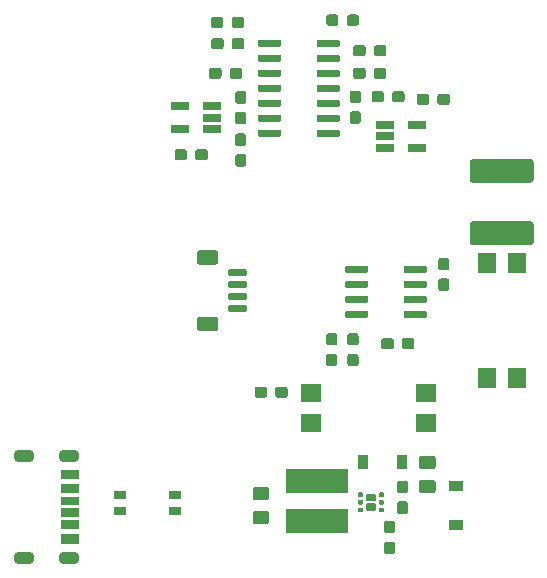
<source format=gtp>
G04 #@! TF.GenerationSoftware,KiCad,Pcbnew,(5.1.5-0)*
G04 #@! TF.CreationDate,2022-02-10T11:07:37-07:00*
G04 #@! TF.ProjectId,TPS61165-heater-v4,54505336-3131-4363-952d-686561746572,rev?*
G04 #@! TF.SameCoordinates,Original*
G04 #@! TF.FileFunction,Paste,Top*
G04 #@! TF.FilePolarity,Positive*
%FSLAX46Y46*%
G04 Gerber Fmt 4.6, Leading zero omitted, Abs format (unit mm)*
G04 Created by KiCad (PCBNEW (5.1.5-0)) date 2022-02-10 11:07:37*
%MOMM*%
%LPD*%
G04 APERTURE LIST*
%ADD10C,0.100000*%
%ADD11R,1.000000X0.700000*%
%ADD12R,1.600000X1.800000*%
%ADD13R,1.560000X0.650000*%
%ADD14R,1.200000X0.900000*%
%ADD15R,1.800000X1.600000*%
%ADD16R,5.300000X2.000000*%
%ADD17O,1.800000X1.100000*%
%ADD18R,1.500000X0.800000*%
%ADD19R,1.500000X0.760000*%
%ADD20R,1.500000X0.700000*%
%ADD21R,0.900000X1.200000*%
G04 APERTURE END LIST*
D10*
G36*
X123224000Y-80650000D02*
G01*
X123224000Y-81450000D01*
X121726000Y-81450000D01*
X121726000Y-80650000D01*
X123224000Y-80650000D01*
G37*
G36*
X123224000Y-81900000D02*
G01*
X123224000Y-82660000D01*
X121726000Y-82660000D01*
X121726000Y-81900000D01*
X123224000Y-81900000D01*
G37*
G36*
X123224000Y-82949000D02*
G01*
X123224000Y-83650000D01*
X121726000Y-83650000D01*
X121726000Y-82949000D01*
X123224000Y-82949000D01*
G37*
G36*
X123224000Y-83950000D02*
G01*
X123224000Y-84651000D01*
X121726000Y-84651000D01*
X121726000Y-83950000D01*
X123224000Y-83950000D01*
G37*
G36*
X123224000Y-84940000D02*
G01*
X123224000Y-85700000D01*
X121726000Y-85700000D01*
X121726000Y-84940000D01*
X123224000Y-84940000D01*
G37*
G36*
X123224000Y-86149000D02*
G01*
X123224000Y-86950000D01*
X121726000Y-86950000D01*
X121726000Y-86149000D01*
X123224000Y-86149000D01*
G37*
D11*
X126700000Y-84200000D03*
X131300000Y-84200000D03*
X131300000Y-82800000D03*
X126700000Y-82800000D03*
D12*
X157730000Y-63124000D03*
X160270000Y-63124000D03*
X160270000Y-72876000D03*
X157730000Y-72876000D03*
D10*
G36*
X138910779Y-73626144D02*
G01*
X138933834Y-73629563D01*
X138956443Y-73635227D01*
X138978387Y-73643079D01*
X138999457Y-73653044D01*
X139019448Y-73665026D01*
X139038168Y-73678910D01*
X139055438Y-73694562D01*
X139071090Y-73711832D01*
X139084974Y-73730552D01*
X139096956Y-73750543D01*
X139106921Y-73771613D01*
X139114773Y-73793557D01*
X139120437Y-73816166D01*
X139123856Y-73839221D01*
X139125000Y-73862500D01*
X139125000Y-74337500D01*
X139123856Y-74360779D01*
X139120437Y-74383834D01*
X139114773Y-74406443D01*
X139106921Y-74428387D01*
X139096956Y-74449457D01*
X139084974Y-74469448D01*
X139071090Y-74488168D01*
X139055438Y-74505438D01*
X139038168Y-74521090D01*
X139019448Y-74534974D01*
X138999457Y-74546956D01*
X138978387Y-74556921D01*
X138956443Y-74564773D01*
X138933834Y-74570437D01*
X138910779Y-74573856D01*
X138887500Y-74575000D01*
X138312500Y-74575000D01*
X138289221Y-74573856D01*
X138266166Y-74570437D01*
X138243557Y-74564773D01*
X138221613Y-74556921D01*
X138200543Y-74546956D01*
X138180552Y-74534974D01*
X138161832Y-74521090D01*
X138144562Y-74505438D01*
X138128910Y-74488168D01*
X138115026Y-74469448D01*
X138103044Y-74449457D01*
X138093079Y-74428387D01*
X138085227Y-74406443D01*
X138079563Y-74383834D01*
X138076144Y-74360779D01*
X138075000Y-74337500D01*
X138075000Y-73862500D01*
X138076144Y-73839221D01*
X138079563Y-73816166D01*
X138085227Y-73793557D01*
X138093079Y-73771613D01*
X138103044Y-73750543D01*
X138115026Y-73730552D01*
X138128910Y-73711832D01*
X138144562Y-73694562D01*
X138161832Y-73678910D01*
X138180552Y-73665026D01*
X138200543Y-73653044D01*
X138221613Y-73643079D01*
X138243557Y-73635227D01*
X138266166Y-73629563D01*
X138289221Y-73626144D01*
X138312500Y-73625000D01*
X138887500Y-73625000D01*
X138910779Y-73626144D01*
G37*
G36*
X140660779Y-73626144D02*
G01*
X140683834Y-73629563D01*
X140706443Y-73635227D01*
X140728387Y-73643079D01*
X140749457Y-73653044D01*
X140769448Y-73665026D01*
X140788168Y-73678910D01*
X140805438Y-73694562D01*
X140821090Y-73711832D01*
X140834974Y-73730552D01*
X140846956Y-73750543D01*
X140856921Y-73771613D01*
X140864773Y-73793557D01*
X140870437Y-73816166D01*
X140873856Y-73839221D01*
X140875000Y-73862500D01*
X140875000Y-74337500D01*
X140873856Y-74360779D01*
X140870437Y-74383834D01*
X140864773Y-74406443D01*
X140856921Y-74428387D01*
X140846956Y-74449457D01*
X140834974Y-74469448D01*
X140821090Y-74488168D01*
X140805438Y-74505438D01*
X140788168Y-74521090D01*
X140769448Y-74534974D01*
X140749457Y-74546956D01*
X140728387Y-74556921D01*
X140706443Y-74564773D01*
X140683834Y-74570437D01*
X140660779Y-74573856D01*
X140637500Y-74575000D01*
X140062500Y-74575000D01*
X140039221Y-74573856D01*
X140016166Y-74570437D01*
X139993557Y-74564773D01*
X139971613Y-74556921D01*
X139950543Y-74546956D01*
X139930552Y-74534974D01*
X139911832Y-74521090D01*
X139894562Y-74505438D01*
X139878910Y-74488168D01*
X139865026Y-74469448D01*
X139853044Y-74449457D01*
X139843079Y-74428387D01*
X139835227Y-74406443D01*
X139829563Y-74383834D01*
X139826144Y-74360779D01*
X139825000Y-74337500D01*
X139825000Y-73862500D01*
X139826144Y-73839221D01*
X139829563Y-73816166D01*
X139835227Y-73793557D01*
X139843079Y-73771613D01*
X139853044Y-73750543D01*
X139865026Y-73730552D01*
X139878910Y-73711832D01*
X139894562Y-73694562D01*
X139911832Y-73678910D01*
X139930552Y-73665026D01*
X139950543Y-73653044D01*
X139971613Y-73643079D01*
X139993557Y-73635227D01*
X140016166Y-73629563D01*
X140039221Y-73626144D01*
X140062500Y-73625000D01*
X140637500Y-73625000D01*
X140660779Y-73626144D01*
G37*
G36*
X161474505Y-54376204D02*
G01*
X161498773Y-54379804D01*
X161522572Y-54385765D01*
X161545671Y-54394030D01*
X161567850Y-54404520D01*
X161588893Y-54417132D01*
X161608599Y-54431747D01*
X161626777Y-54448223D01*
X161643253Y-54466401D01*
X161657868Y-54486107D01*
X161670480Y-54507150D01*
X161680970Y-54529329D01*
X161689235Y-54552428D01*
X161695196Y-54576227D01*
X161698796Y-54600495D01*
X161700000Y-54624999D01*
X161700000Y-56100001D01*
X161698796Y-56124505D01*
X161695196Y-56148773D01*
X161689235Y-56172572D01*
X161680970Y-56195671D01*
X161670480Y-56217850D01*
X161657868Y-56238893D01*
X161643253Y-56258599D01*
X161626777Y-56276777D01*
X161608599Y-56293253D01*
X161588893Y-56307868D01*
X161567850Y-56320480D01*
X161545671Y-56330970D01*
X161522572Y-56339235D01*
X161498773Y-56345196D01*
X161474505Y-56348796D01*
X161450001Y-56350000D01*
X156549999Y-56350000D01*
X156525495Y-56348796D01*
X156501227Y-56345196D01*
X156477428Y-56339235D01*
X156454329Y-56330970D01*
X156432150Y-56320480D01*
X156411107Y-56307868D01*
X156391401Y-56293253D01*
X156373223Y-56276777D01*
X156356747Y-56258599D01*
X156342132Y-56238893D01*
X156329520Y-56217850D01*
X156319030Y-56195671D01*
X156310765Y-56172572D01*
X156304804Y-56148773D01*
X156301204Y-56124505D01*
X156300000Y-56100001D01*
X156300000Y-54624999D01*
X156301204Y-54600495D01*
X156304804Y-54576227D01*
X156310765Y-54552428D01*
X156319030Y-54529329D01*
X156329520Y-54507150D01*
X156342132Y-54486107D01*
X156356747Y-54466401D01*
X156373223Y-54448223D01*
X156391401Y-54431747D01*
X156411107Y-54417132D01*
X156432150Y-54404520D01*
X156454329Y-54394030D01*
X156477428Y-54385765D01*
X156501227Y-54379804D01*
X156525495Y-54376204D01*
X156549999Y-54375000D01*
X161450001Y-54375000D01*
X161474505Y-54376204D01*
G37*
G36*
X161474505Y-59651204D02*
G01*
X161498773Y-59654804D01*
X161522572Y-59660765D01*
X161545671Y-59669030D01*
X161567850Y-59679520D01*
X161588893Y-59692132D01*
X161608599Y-59706747D01*
X161626777Y-59723223D01*
X161643253Y-59741401D01*
X161657868Y-59761107D01*
X161670480Y-59782150D01*
X161680970Y-59804329D01*
X161689235Y-59827428D01*
X161695196Y-59851227D01*
X161698796Y-59875495D01*
X161700000Y-59899999D01*
X161700000Y-61375001D01*
X161698796Y-61399505D01*
X161695196Y-61423773D01*
X161689235Y-61447572D01*
X161680970Y-61470671D01*
X161670480Y-61492850D01*
X161657868Y-61513893D01*
X161643253Y-61533599D01*
X161626777Y-61551777D01*
X161608599Y-61568253D01*
X161588893Y-61582868D01*
X161567850Y-61595480D01*
X161545671Y-61605970D01*
X161522572Y-61614235D01*
X161498773Y-61620196D01*
X161474505Y-61623796D01*
X161450001Y-61625000D01*
X156549999Y-61625000D01*
X156525495Y-61623796D01*
X156501227Y-61620196D01*
X156477428Y-61614235D01*
X156454329Y-61605970D01*
X156432150Y-61595480D01*
X156411107Y-61582868D01*
X156391401Y-61568253D01*
X156373223Y-61551777D01*
X156356747Y-61533599D01*
X156342132Y-61513893D01*
X156329520Y-61492850D01*
X156319030Y-61470671D01*
X156310765Y-61447572D01*
X156304804Y-61423773D01*
X156301204Y-61399505D01*
X156300000Y-61375001D01*
X156300000Y-59899999D01*
X156301204Y-59875495D01*
X156304804Y-59851227D01*
X156310765Y-59827428D01*
X156319030Y-59804329D01*
X156329520Y-59782150D01*
X156342132Y-59761107D01*
X156356747Y-59741401D01*
X156373223Y-59723223D01*
X156391401Y-59706747D01*
X156411107Y-59692132D01*
X156432150Y-59679520D01*
X156454329Y-59669030D01*
X156477428Y-59660765D01*
X156501227Y-59654804D01*
X156525495Y-59651204D01*
X156549999Y-59650000D01*
X161450001Y-59650000D01*
X161474505Y-59651204D01*
G37*
G36*
X146860779Y-48576144D02*
G01*
X146883834Y-48579563D01*
X146906443Y-48585227D01*
X146928387Y-48593079D01*
X146949457Y-48603044D01*
X146969448Y-48615026D01*
X146988168Y-48628910D01*
X147005438Y-48644562D01*
X147021090Y-48661832D01*
X147034974Y-48680552D01*
X147046956Y-48700543D01*
X147056921Y-48721613D01*
X147064773Y-48743557D01*
X147070437Y-48766166D01*
X147073856Y-48789221D01*
X147075000Y-48812500D01*
X147075000Y-49387500D01*
X147073856Y-49410779D01*
X147070437Y-49433834D01*
X147064773Y-49456443D01*
X147056921Y-49478387D01*
X147046956Y-49499457D01*
X147034974Y-49519448D01*
X147021090Y-49538168D01*
X147005438Y-49555438D01*
X146988168Y-49571090D01*
X146969448Y-49584974D01*
X146949457Y-49596956D01*
X146928387Y-49606921D01*
X146906443Y-49614773D01*
X146883834Y-49620437D01*
X146860779Y-49623856D01*
X146837500Y-49625000D01*
X146362500Y-49625000D01*
X146339221Y-49623856D01*
X146316166Y-49620437D01*
X146293557Y-49614773D01*
X146271613Y-49606921D01*
X146250543Y-49596956D01*
X146230552Y-49584974D01*
X146211832Y-49571090D01*
X146194562Y-49555438D01*
X146178910Y-49538168D01*
X146165026Y-49519448D01*
X146153044Y-49499457D01*
X146143079Y-49478387D01*
X146135227Y-49456443D01*
X146129563Y-49433834D01*
X146126144Y-49410779D01*
X146125000Y-49387500D01*
X146125000Y-48812500D01*
X146126144Y-48789221D01*
X146129563Y-48766166D01*
X146135227Y-48743557D01*
X146143079Y-48721613D01*
X146153044Y-48700543D01*
X146165026Y-48680552D01*
X146178910Y-48661832D01*
X146194562Y-48644562D01*
X146211832Y-48628910D01*
X146230552Y-48615026D01*
X146250543Y-48603044D01*
X146271613Y-48593079D01*
X146293557Y-48585227D01*
X146316166Y-48579563D01*
X146339221Y-48576144D01*
X146362500Y-48575000D01*
X146837500Y-48575000D01*
X146860779Y-48576144D01*
G37*
G36*
X146860779Y-50326144D02*
G01*
X146883834Y-50329563D01*
X146906443Y-50335227D01*
X146928387Y-50343079D01*
X146949457Y-50353044D01*
X146969448Y-50365026D01*
X146988168Y-50378910D01*
X147005438Y-50394562D01*
X147021090Y-50411832D01*
X147034974Y-50430552D01*
X147046956Y-50450543D01*
X147056921Y-50471613D01*
X147064773Y-50493557D01*
X147070437Y-50516166D01*
X147073856Y-50539221D01*
X147075000Y-50562500D01*
X147075000Y-51137500D01*
X147073856Y-51160779D01*
X147070437Y-51183834D01*
X147064773Y-51206443D01*
X147056921Y-51228387D01*
X147046956Y-51249457D01*
X147034974Y-51269448D01*
X147021090Y-51288168D01*
X147005438Y-51305438D01*
X146988168Y-51321090D01*
X146969448Y-51334974D01*
X146949457Y-51346956D01*
X146928387Y-51356921D01*
X146906443Y-51364773D01*
X146883834Y-51370437D01*
X146860779Y-51373856D01*
X146837500Y-51375000D01*
X146362500Y-51375000D01*
X146339221Y-51373856D01*
X146316166Y-51370437D01*
X146293557Y-51364773D01*
X146271613Y-51356921D01*
X146250543Y-51346956D01*
X146230552Y-51334974D01*
X146211832Y-51321090D01*
X146194562Y-51305438D01*
X146178910Y-51288168D01*
X146165026Y-51269448D01*
X146153044Y-51249457D01*
X146143079Y-51228387D01*
X146135227Y-51206443D01*
X146129563Y-51183834D01*
X146126144Y-51160779D01*
X146125000Y-51137500D01*
X146125000Y-50562500D01*
X146126144Y-50539221D01*
X146129563Y-50516166D01*
X146135227Y-50493557D01*
X146143079Y-50471613D01*
X146153044Y-50450543D01*
X146165026Y-50430552D01*
X146178910Y-50411832D01*
X146194562Y-50394562D01*
X146211832Y-50378910D01*
X146230552Y-50365026D01*
X146250543Y-50353044D01*
X146271613Y-50343079D01*
X146293557Y-50335227D01*
X146316166Y-50329563D01*
X146339221Y-50326144D01*
X146362500Y-50325000D01*
X146837500Y-50325000D01*
X146860779Y-50326144D01*
G37*
G36*
X137160779Y-50376144D02*
G01*
X137183834Y-50379563D01*
X137206443Y-50385227D01*
X137228387Y-50393079D01*
X137249457Y-50403044D01*
X137269448Y-50415026D01*
X137288168Y-50428910D01*
X137305438Y-50444562D01*
X137321090Y-50461832D01*
X137334974Y-50480552D01*
X137346956Y-50500543D01*
X137356921Y-50521613D01*
X137364773Y-50543557D01*
X137370437Y-50566166D01*
X137373856Y-50589221D01*
X137375000Y-50612500D01*
X137375000Y-51187500D01*
X137373856Y-51210779D01*
X137370437Y-51233834D01*
X137364773Y-51256443D01*
X137356921Y-51278387D01*
X137346956Y-51299457D01*
X137334974Y-51319448D01*
X137321090Y-51338168D01*
X137305438Y-51355438D01*
X137288168Y-51371090D01*
X137269448Y-51384974D01*
X137249457Y-51396956D01*
X137228387Y-51406921D01*
X137206443Y-51414773D01*
X137183834Y-51420437D01*
X137160779Y-51423856D01*
X137137500Y-51425000D01*
X136662500Y-51425000D01*
X136639221Y-51423856D01*
X136616166Y-51420437D01*
X136593557Y-51414773D01*
X136571613Y-51406921D01*
X136550543Y-51396956D01*
X136530552Y-51384974D01*
X136511832Y-51371090D01*
X136494562Y-51355438D01*
X136478910Y-51338168D01*
X136465026Y-51319448D01*
X136453044Y-51299457D01*
X136443079Y-51278387D01*
X136435227Y-51256443D01*
X136429563Y-51233834D01*
X136426144Y-51210779D01*
X136425000Y-51187500D01*
X136425000Y-50612500D01*
X136426144Y-50589221D01*
X136429563Y-50566166D01*
X136435227Y-50543557D01*
X136443079Y-50521613D01*
X136453044Y-50500543D01*
X136465026Y-50480552D01*
X136478910Y-50461832D01*
X136494562Y-50444562D01*
X136511832Y-50428910D01*
X136530552Y-50415026D01*
X136550543Y-50403044D01*
X136571613Y-50393079D01*
X136593557Y-50385227D01*
X136616166Y-50379563D01*
X136639221Y-50376144D01*
X136662500Y-50375000D01*
X137137500Y-50375000D01*
X137160779Y-50376144D01*
G37*
G36*
X137160779Y-48626144D02*
G01*
X137183834Y-48629563D01*
X137206443Y-48635227D01*
X137228387Y-48643079D01*
X137249457Y-48653044D01*
X137269448Y-48665026D01*
X137288168Y-48678910D01*
X137305438Y-48694562D01*
X137321090Y-48711832D01*
X137334974Y-48730552D01*
X137346956Y-48750543D01*
X137356921Y-48771613D01*
X137364773Y-48793557D01*
X137370437Y-48816166D01*
X137373856Y-48839221D01*
X137375000Y-48862500D01*
X137375000Y-49437500D01*
X137373856Y-49460779D01*
X137370437Y-49483834D01*
X137364773Y-49506443D01*
X137356921Y-49528387D01*
X137346956Y-49549457D01*
X137334974Y-49569448D01*
X137321090Y-49588168D01*
X137305438Y-49605438D01*
X137288168Y-49621090D01*
X137269448Y-49634974D01*
X137249457Y-49646956D01*
X137228387Y-49656921D01*
X137206443Y-49664773D01*
X137183834Y-49670437D01*
X137160779Y-49673856D01*
X137137500Y-49675000D01*
X136662500Y-49675000D01*
X136639221Y-49673856D01*
X136616166Y-49670437D01*
X136593557Y-49664773D01*
X136571613Y-49656921D01*
X136550543Y-49646956D01*
X136530552Y-49634974D01*
X136511832Y-49621090D01*
X136494562Y-49605438D01*
X136478910Y-49588168D01*
X136465026Y-49569448D01*
X136453044Y-49549457D01*
X136443079Y-49528387D01*
X136435227Y-49506443D01*
X136429563Y-49483834D01*
X136426144Y-49460779D01*
X136425000Y-49437500D01*
X136425000Y-48862500D01*
X136426144Y-48839221D01*
X136429563Y-48816166D01*
X136435227Y-48793557D01*
X136443079Y-48771613D01*
X136453044Y-48750543D01*
X136465026Y-48730552D01*
X136478910Y-48711832D01*
X136494562Y-48694562D01*
X136511832Y-48678910D01*
X136530552Y-48665026D01*
X136550543Y-48653044D01*
X136571613Y-48643079D01*
X136593557Y-48635227D01*
X136616166Y-48629563D01*
X136639221Y-48626144D01*
X136662500Y-48625000D01*
X137137500Y-48625000D01*
X137160779Y-48626144D01*
G37*
G36*
X148810779Y-48626144D02*
G01*
X148833834Y-48629563D01*
X148856443Y-48635227D01*
X148878387Y-48643079D01*
X148899457Y-48653044D01*
X148919448Y-48665026D01*
X148938168Y-48678910D01*
X148955438Y-48694562D01*
X148971090Y-48711832D01*
X148984974Y-48730552D01*
X148996956Y-48750543D01*
X149006921Y-48771613D01*
X149014773Y-48793557D01*
X149020437Y-48816166D01*
X149023856Y-48839221D01*
X149025000Y-48862500D01*
X149025000Y-49337500D01*
X149023856Y-49360779D01*
X149020437Y-49383834D01*
X149014773Y-49406443D01*
X149006921Y-49428387D01*
X148996956Y-49449457D01*
X148984974Y-49469448D01*
X148971090Y-49488168D01*
X148955438Y-49505438D01*
X148938168Y-49521090D01*
X148919448Y-49534974D01*
X148899457Y-49546956D01*
X148878387Y-49556921D01*
X148856443Y-49564773D01*
X148833834Y-49570437D01*
X148810779Y-49573856D01*
X148787500Y-49575000D01*
X148212500Y-49575000D01*
X148189221Y-49573856D01*
X148166166Y-49570437D01*
X148143557Y-49564773D01*
X148121613Y-49556921D01*
X148100543Y-49546956D01*
X148080552Y-49534974D01*
X148061832Y-49521090D01*
X148044562Y-49505438D01*
X148028910Y-49488168D01*
X148015026Y-49469448D01*
X148003044Y-49449457D01*
X147993079Y-49428387D01*
X147985227Y-49406443D01*
X147979563Y-49383834D01*
X147976144Y-49360779D01*
X147975000Y-49337500D01*
X147975000Y-48862500D01*
X147976144Y-48839221D01*
X147979563Y-48816166D01*
X147985227Y-48793557D01*
X147993079Y-48771613D01*
X148003044Y-48750543D01*
X148015026Y-48730552D01*
X148028910Y-48711832D01*
X148044562Y-48694562D01*
X148061832Y-48678910D01*
X148080552Y-48665026D01*
X148100543Y-48653044D01*
X148121613Y-48643079D01*
X148143557Y-48635227D01*
X148166166Y-48629563D01*
X148189221Y-48626144D01*
X148212500Y-48625000D01*
X148787500Y-48625000D01*
X148810779Y-48626144D01*
G37*
G36*
X150560779Y-48626144D02*
G01*
X150583834Y-48629563D01*
X150606443Y-48635227D01*
X150628387Y-48643079D01*
X150649457Y-48653044D01*
X150669448Y-48665026D01*
X150688168Y-48678910D01*
X150705438Y-48694562D01*
X150721090Y-48711832D01*
X150734974Y-48730552D01*
X150746956Y-48750543D01*
X150756921Y-48771613D01*
X150764773Y-48793557D01*
X150770437Y-48816166D01*
X150773856Y-48839221D01*
X150775000Y-48862500D01*
X150775000Y-49337500D01*
X150773856Y-49360779D01*
X150770437Y-49383834D01*
X150764773Y-49406443D01*
X150756921Y-49428387D01*
X150746956Y-49449457D01*
X150734974Y-49469448D01*
X150721090Y-49488168D01*
X150705438Y-49505438D01*
X150688168Y-49521090D01*
X150669448Y-49534974D01*
X150649457Y-49546956D01*
X150628387Y-49556921D01*
X150606443Y-49564773D01*
X150583834Y-49570437D01*
X150560779Y-49573856D01*
X150537500Y-49575000D01*
X149962500Y-49575000D01*
X149939221Y-49573856D01*
X149916166Y-49570437D01*
X149893557Y-49564773D01*
X149871613Y-49556921D01*
X149850543Y-49546956D01*
X149830552Y-49534974D01*
X149811832Y-49521090D01*
X149794562Y-49505438D01*
X149778910Y-49488168D01*
X149765026Y-49469448D01*
X149753044Y-49449457D01*
X149743079Y-49428387D01*
X149735227Y-49406443D01*
X149729563Y-49383834D01*
X149726144Y-49360779D01*
X149725000Y-49337500D01*
X149725000Y-48862500D01*
X149726144Y-48839221D01*
X149729563Y-48816166D01*
X149735227Y-48793557D01*
X149743079Y-48771613D01*
X149753044Y-48750543D01*
X149765026Y-48730552D01*
X149778910Y-48711832D01*
X149794562Y-48694562D01*
X149811832Y-48678910D01*
X149830552Y-48665026D01*
X149850543Y-48653044D01*
X149871613Y-48643079D01*
X149893557Y-48635227D01*
X149916166Y-48629563D01*
X149939221Y-48626144D01*
X149962500Y-48625000D01*
X150537500Y-48625000D01*
X150560779Y-48626144D01*
G37*
G36*
X137160779Y-52201144D02*
G01*
X137183834Y-52204563D01*
X137206443Y-52210227D01*
X137228387Y-52218079D01*
X137249457Y-52228044D01*
X137269448Y-52240026D01*
X137288168Y-52253910D01*
X137305438Y-52269562D01*
X137321090Y-52286832D01*
X137334974Y-52305552D01*
X137346956Y-52325543D01*
X137356921Y-52346613D01*
X137364773Y-52368557D01*
X137370437Y-52391166D01*
X137373856Y-52414221D01*
X137375000Y-52437500D01*
X137375000Y-53012500D01*
X137373856Y-53035779D01*
X137370437Y-53058834D01*
X137364773Y-53081443D01*
X137356921Y-53103387D01*
X137346956Y-53124457D01*
X137334974Y-53144448D01*
X137321090Y-53163168D01*
X137305438Y-53180438D01*
X137288168Y-53196090D01*
X137269448Y-53209974D01*
X137249457Y-53221956D01*
X137228387Y-53231921D01*
X137206443Y-53239773D01*
X137183834Y-53245437D01*
X137160779Y-53248856D01*
X137137500Y-53250000D01*
X136662500Y-53250000D01*
X136639221Y-53248856D01*
X136616166Y-53245437D01*
X136593557Y-53239773D01*
X136571613Y-53231921D01*
X136550543Y-53221956D01*
X136530552Y-53209974D01*
X136511832Y-53196090D01*
X136494562Y-53180438D01*
X136478910Y-53163168D01*
X136465026Y-53144448D01*
X136453044Y-53124457D01*
X136443079Y-53103387D01*
X136435227Y-53081443D01*
X136429563Y-53058834D01*
X136426144Y-53035779D01*
X136425000Y-53012500D01*
X136425000Y-52437500D01*
X136426144Y-52414221D01*
X136429563Y-52391166D01*
X136435227Y-52368557D01*
X136443079Y-52346613D01*
X136453044Y-52325543D01*
X136465026Y-52305552D01*
X136478910Y-52286832D01*
X136494562Y-52269562D01*
X136511832Y-52253910D01*
X136530552Y-52240026D01*
X136550543Y-52228044D01*
X136571613Y-52218079D01*
X136593557Y-52210227D01*
X136616166Y-52204563D01*
X136639221Y-52201144D01*
X136662500Y-52200000D01*
X137137500Y-52200000D01*
X137160779Y-52201144D01*
G37*
G36*
X137160779Y-53951144D02*
G01*
X137183834Y-53954563D01*
X137206443Y-53960227D01*
X137228387Y-53968079D01*
X137249457Y-53978044D01*
X137269448Y-53990026D01*
X137288168Y-54003910D01*
X137305438Y-54019562D01*
X137321090Y-54036832D01*
X137334974Y-54055552D01*
X137346956Y-54075543D01*
X137356921Y-54096613D01*
X137364773Y-54118557D01*
X137370437Y-54141166D01*
X137373856Y-54164221D01*
X137375000Y-54187500D01*
X137375000Y-54762500D01*
X137373856Y-54785779D01*
X137370437Y-54808834D01*
X137364773Y-54831443D01*
X137356921Y-54853387D01*
X137346956Y-54874457D01*
X137334974Y-54894448D01*
X137321090Y-54913168D01*
X137305438Y-54930438D01*
X137288168Y-54946090D01*
X137269448Y-54959974D01*
X137249457Y-54971956D01*
X137228387Y-54981921D01*
X137206443Y-54989773D01*
X137183834Y-54995437D01*
X137160779Y-54998856D01*
X137137500Y-55000000D01*
X136662500Y-55000000D01*
X136639221Y-54998856D01*
X136616166Y-54995437D01*
X136593557Y-54989773D01*
X136571613Y-54981921D01*
X136550543Y-54971956D01*
X136530552Y-54959974D01*
X136511832Y-54946090D01*
X136494562Y-54930438D01*
X136478910Y-54913168D01*
X136465026Y-54894448D01*
X136453044Y-54874457D01*
X136443079Y-54853387D01*
X136435227Y-54831443D01*
X136429563Y-54808834D01*
X136426144Y-54785779D01*
X136425000Y-54762500D01*
X136425000Y-54187500D01*
X136426144Y-54164221D01*
X136429563Y-54141166D01*
X136435227Y-54118557D01*
X136443079Y-54096613D01*
X136453044Y-54075543D01*
X136465026Y-54055552D01*
X136478910Y-54036832D01*
X136494562Y-54019562D01*
X136511832Y-54003910D01*
X136530552Y-53990026D01*
X136550543Y-53978044D01*
X136571613Y-53968079D01*
X136593557Y-53960227D01*
X136616166Y-53954563D01*
X136639221Y-53951144D01*
X136662500Y-53950000D01*
X137137500Y-53950000D01*
X137160779Y-53951144D01*
G37*
D13*
X151850000Y-51500000D03*
X151850000Y-53400000D03*
X149150000Y-53400000D03*
X149150000Y-52450000D03*
X149150000Y-51500000D03*
X131800000Y-51800000D03*
X131800000Y-49900000D03*
X134500000Y-49900000D03*
X134500000Y-50850000D03*
X134500000Y-51800000D03*
D10*
G36*
X149010779Y-46626144D02*
G01*
X149033834Y-46629563D01*
X149056443Y-46635227D01*
X149078387Y-46643079D01*
X149099457Y-46653044D01*
X149119448Y-46665026D01*
X149138168Y-46678910D01*
X149155438Y-46694562D01*
X149171090Y-46711832D01*
X149184974Y-46730552D01*
X149196956Y-46750543D01*
X149206921Y-46771613D01*
X149214773Y-46793557D01*
X149220437Y-46816166D01*
X149223856Y-46839221D01*
X149225000Y-46862500D01*
X149225000Y-47337500D01*
X149223856Y-47360779D01*
X149220437Y-47383834D01*
X149214773Y-47406443D01*
X149206921Y-47428387D01*
X149196956Y-47449457D01*
X149184974Y-47469448D01*
X149171090Y-47488168D01*
X149155438Y-47505438D01*
X149138168Y-47521090D01*
X149119448Y-47534974D01*
X149099457Y-47546956D01*
X149078387Y-47556921D01*
X149056443Y-47564773D01*
X149033834Y-47570437D01*
X149010779Y-47573856D01*
X148987500Y-47575000D01*
X148412500Y-47575000D01*
X148389221Y-47573856D01*
X148366166Y-47570437D01*
X148343557Y-47564773D01*
X148321613Y-47556921D01*
X148300543Y-47546956D01*
X148280552Y-47534974D01*
X148261832Y-47521090D01*
X148244562Y-47505438D01*
X148228910Y-47488168D01*
X148215026Y-47469448D01*
X148203044Y-47449457D01*
X148193079Y-47428387D01*
X148185227Y-47406443D01*
X148179563Y-47383834D01*
X148176144Y-47360779D01*
X148175000Y-47337500D01*
X148175000Y-46862500D01*
X148176144Y-46839221D01*
X148179563Y-46816166D01*
X148185227Y-46793557D01*
X148193079Y-46771613D01*
X148203044Y-46750543D01*
X148215026Y-46730552D01*
X148228910Y-46711832D01*
X148244562Y-46694562D01*
X148261832Y-46678910D01*
X148280552Y-46665026D01*
X148300543Y-46653044D01*
X148321613Y-46643079D01*
X148343557Y-46635227D01*
X148366166Y-46629563D01*
X148389221Y-46626144D01*
X148412500Y-46625000D01*
X148987500Y-46625000D01*
X149010779Y-46626144D01*
G37*
G36*
X147260779Y-46626144D02*
G01*
X147283834Y-46629563D01*
X147306443Y-46635227D01*
X147328387Y-46643079D01*
X147349457Y-46653044D01*
X147369448Y-46665026D01*
X147388168Y-46678910D01*
X147405438Y-46694562D01*
X147421090Y-46711832D01*
X147434974Y-46730552D01*
X147446956Y-46750543D01*
X147456921Y-46771613D01*
X147464773Y-46793557D01*
X147470437Y-46816166D01*
X147473856Y-46839221D01*
X147475000Y-46862500D01*
X147475000Y-47337500D01*
X147473856Y-47360779D01*
X147470437Y-47383834D01*
X147464773Y-47406443D01*
X147456921Y-47428387D01*
X147446956Y-47449457D01*
X147434974Y-47469448D01*
X147421090Y-47488168D01*
X147405438Y-47505438D01*
X147388168Y-47521090D01*
X147369448Y-47534974D01*
X147349457Y-47546956D01*
X147328387Y-47556921D01*
X147306443Y-47564773D01*
X147283834Y-47570437D01*
X147260779Y-47573856D01*
X147237500Y-47575000D01*
X146662500Y-47575000D01*
X146639221Y-47573856D01*
X146616166Y-47570437D01*
X146593557Y-47564773D01*
X146571613Y-47556921D01*
X146550543Y-47546956D01*
X146530552Y-47534974D01*
X146511832Y-47521090D01*
X146494562Y-47505438D01*
X146478910Y-47488168D01*
X146465026Y-47469448D01*
X146453044Y-47449457D01*
X146443079Y-47428387D01*
X146435227Y-47406443D01*
X146429563Y-47383834D01*
X146426144Y-47360779D01*
X146425000Y-47337500D01*
X146425000Y-46862500D01*
X146426144Y-46839221D01*
X146429563Y-46816166D01*
X146435227Y-46793557D01*
X146443079Y-46771613D01*
X146453044Y-46750543D01*
X146465026Y-46730552D01*
X146478910Y-46711832D01*
X146494562Y-46694562D01*
X146511832Y-46678910D01*
X146530552Y-46665026D01*
X146550543Y-46653044D01*
X146571613Y-46643079D01*
X146593557Y-46635227D01*
X146616166Y-46629563D01*
X146639221Y-46626144D01*
X146662500Y-46625000D01*
X147237500Y-46625000D01*
X147260779Y-46626144D01*
G37*
G36*
X135235779Y-44126144D02*
G01*
X135258834Y-44129563D01*
X135281443Y-44135227D01*
X135303387Y-44143079D01*
X135324457Y-44153044D01*
X135344448Y-44165026D01*
X135363168Y-44178910D01*
X135380438Y-44194562D01*
X135396090Y-44211832D01*
X135409974Y-44230552D01*
X135421956Y-44250543D01*
X135431921Y-44271613D01*
X135439773Y-44293557D01*
X135445437Y-44316166D01*
X135448856Y-44339221D01*
X135450000Y-44362500D01*
X135450000Y-44837500D01*
X135448856Y-44860779D01*
X135445437Y-44883834D01*
X135439773Y-44906443D01*
X135431921Y-44928387D01*
X135421956Y-44949457D01*
X135409974Y-44969448D01*
X135396090Y-44988168D01*
X135380438Y-45005438D01*
X135363168Y-45021090D01*
X135344448Y-45034974D01*
X135324457Y-45046956D01*
X135303387Y-45056921D01*
X135281443Y-45064773D01*
X135258834Y-45070437D01*
X135235779Y-45073856D01*
X135212500Y-45075000D01*
X134637500Y-45075000D01*
X134614221Y-45073856D01*
X134591166Y-45070437D01*
X134568557Y-45064773D01*
X134546613Y-45056921D01*
X134525543Y-45046956D01*
X134505552Y-45034974D01*
X134486832Y-45021090D01*
X134469562Y-45005438D01*
X134453910Y-44988168D01*
X134440026Y-44969448D01*
X134428044Y-44949457D01*
X134418079Y-44928387D01*
X134410227Y-44906443D01*
X134404563Y-44883834D01*
X134401144Y-44860779D01*
X134400000Y-44837500D01*
X134400000Y-44362500D01*
X134401144Y-44339221D01*
X134404563Y-44316166D01*
X134410227Y-44293557D01*
X134418079Y-44271613D01*
X134428044Y-44250543D01*
X134440026Y-44230552D01*
X134453910Y-44211832D01*
X134469562Y-44194562D01*
X134486832Y-44178910D01*
X134505552Y-44165026D01*
X134525543Y-44153044D01*
X134546613Y-44143079D01*
X134568557Y-44135227D01*
X134591166Y-44129563D01*
X134614221Y-44126144D01*
X134637500Y-44125000D01*
X135212500Y-44125000D01*
X135235779Y-44126144D01*
G37*
G36*
X136985779Y-44126144D02*
G01*
X137008834Y-44129563D01*
X137031443Y-44135227D01*
X137053387Y-44143079D01*
X137074457Y-44153044D01*
X137094448Y-44165026D01*
X137113168Y-44178910D01*
X137130438Y-44194562D01*
X137146090Y-44211832D01*
X137159974Y-44230552D01*
X137171956Y-44250543D01*
X137181921Y-44271613D01*
X137189773Y-44293557D01*
X137195437Y-44316166D01*
X137198856Y-44339221D01*
X137200000Y-44362500D01*
X137200000Y-44837500D01*
X137198856Y-44860779D01*
X137195437Y-44883834D01*
X137189773Y-44906443D01*
X137181921Y-44928387D01*
X137171956Y-44949457D01*
X137159974Y-44969448D01*
X137146090Y-44988168D01*
X137130438Y-45005438D01*
X137113168Y-45021090D01*
X137094448Y-45034974D01*
X137074457Y-45046956D01*
X137053387Y-45056921D01*
X137031443Y-45064773D01*
X137008834Y-45070437D01*
X136985779Y-45073856D01*
X136962500Y-45075000D01*
X136387500Y-45075000D01*
X136364221Y-45073856D01*
X136341166Y-45070437D01*
X136318557Y-45064773D01*
X136296613Y-45056921D01*
X136275543Y-45046956D01*
X136255552Y-45034974D01*
X136236832Y-45021090D01*
X136219562Y-45005438D01*
X136203910Y-44988168D01*
X136190026Y-44969448D01*
X136178044Y-44949457D01*
X136168079Y-44928387D01*
X136160227Y-44906443D01*
X136154563Y-44883834D01*
X136151144Y-44860779D01*
X136150000Y-44837500D01*
X136150000Y-44362500D01*
X136151144Y-44339221D01*
X136154563Y-44316166D01*
X136160227Y-44293557D01*
X136168079Y-44271613D01*
X136178044Y-44250543D01*
X136190026Y-44230552D01*
X136203910Y-44211832D01*
X136219562Y-44194562D01*
X136236832Y-44178910D01*
X136255552Y-44165026D01*
X136275543Y-44153044D01*
X136296613Y-44143079D01*
X136318557Y-44135227D01*
X136341166Y-44129563D01*
X136364221Y-44126144D01*
X136387500Y-44125000D01*
X136962500Y-44125000D01*
X136985779Y-44126144D01*
G37*
G36*
X136810779Y-46626144D02*
G01*
X136833834Y-46629563D01*
X136856443Y-46635227D01*
X136878387Y-46643079D01*
X136899457Y-46653044D01*
X136919448Y-46665026D01*
X136938168Y-46678910D01*
X136955438Y-46694562D01*
X136971090Y-46711832D01*
X136984974Y-46730552D01*
X136996956Y-46750543D01*
X137006921Y-46771613D01*
X137014773Y-46793557D01*
X137020437Y-46816166D01*
X137023856Y-46839221D01*
X137025000Y-46862500D01*
X137025000Y-47337500D01*
X137023856Y-47360779D01*
X137020437Y-47383834D01*
X137014773Y-47406443D01*
X137006921Y-47428387D01*
X136996956Y-47449457D01*
X136984974Y-47469448D01*
X136971090Y-47488168D01*
X136955438Y-47505438D01*
X136938168Y-47521090D01*
X136919448Y-47534974D01*
X136899457Y-47546956D01*
X136878387Y-47556921D01*
X136856443Y-47564773D01*
X136833834Y-47570437D01*
X136810779Y-47573856D01*
X136787500Y-47575000D01*
X136212500Y-47575000D01*
X136189221Y-47573856D01*
X136166166Y-47570437D01*
X136143557Y-47564773D01*
X136121613Y-47556921D01*
X136100543Y-47546956D01*
X136080552Y-47534974D01*
X136061832Y-47521090D01*
X136044562Y-47505438D01*
X136028910Y-47488168D01*
X136015026Y-47469448D01*
X136003044Y-47449457D01*
X135993079Y-47428387D01*
X135985227Y-47406443D01*
X135979563Y-47383834D01*
X135976144Y-47360779D01*
X135975000Y-47337500D01*
X135975000Y-46862500D01*
X135976144Y-46839221D01*
X135979563Y-46816166D01*
X135985227Y-46793557D01*
X135993079Y-46771613D01*
X136003044Y-46750543D01*
X136015026Y-46730552D01*
X136028910Y-46711832D01*
X136044562Y-46694562D01*
X136061832Y-46678910D01*
X136080552Y-46665026D01*
X136100543Y-46653044D01*
X136121613Y-46643079D01*
X136143557Y-46635227D01*
X136166166Y-46629563D01*
X136189221Y-46626144D01*
X136212500Y-46625000D01*
X136787500Y-46625000D01*
X136810779Y-46626144D01*
G37*
G36*
X135060779Y-46626144D02*
G01*
X135083834Y-46629563D01*
X135106443Y-46635227D01*
X135128387Y-46643079D01*
X135149457Y-46653044D01*
X135169448Y-46665026D01*
X135188168Y-46678910D01*
X135205438Y-46694562D01*
X135221090Y-46711832D01*
X135234974Y-46730552D01*
X135246956Y-46750543D01*
X135256921Y-46771613D01*
X135264773Y-46793557D01*
X135270437Y-46816166D01*
X135273856Y-46839221D01*
X135275000Y-46862500D01*
X135275000Y-47337500D01*
X135273856Y-47360779D01*
X135270437Y-47383834D01*
X135264773Y-47406443D01*
X135256921Y-47428387D01*
X135246956Y-47449457D01*
X135234974Y-47469448D01*
X135221090Y-47488168D01*
X135205438Y-47505438D01*
X135188168Y-47521090D01*
X135169448Y-47534974D01*
X135149457Y-47546956D01*
X135128387Y-47556921D01*
X135106443Y-47564773D01*
X135083834Y-47570437D01*
X135060779Y-47573856D01*
X135037500Y-47575000D01*
X134462500Y-47575000D01*
X134439221Y-47573856D01*
X134416166Y-47570437D01*
X134393557Y-47564773D01*
X134371613Y-47556921D01*
X134350543Y-47546956D01*
X134330552Y-47534974D01*
X134311832Y-47521090D01*
X134294562Y-47505438D01*
X134278910Y-47488168D01*
X134265026Y-47469448D01*
X134253044Y-47449457D01*
X134243079Y-47428387D01*
X134235227Y-47406443D01*
X134229563Y-47383834D01*
X134226144Y-47360779D01*
X134225000Y-47337500D01*
X134225000Y-46862500D01*
X134226144Y-46839221D01*
X134229563Y-46816166D01*
X134235227Y-46793557D01*
X134243079Y-46771613D01*
X134253044Y-46750543D01*
X134265026Y-46730552D01*
X134278910Y-46711832D01*
X134294562Y-46694562D01*
X134311832Y-46678910D01*
X134330552Y-46665026D01*
X134350543Y-46653044D01*
X134371613Y-46643079D01*
X134393557Y-46635227D01*
X134416166Y-46629563D01*
X134439221Y-46626144D01*
X134462500Y-46625000D01*
X135037500Y-46625000D01*
X135060779Y-46626144D01*
G37*
G36*
X154385779Y-48826144D02*
G01*
X154408834Y-48829563D01*
X154431443Y-48835227D01*
X154453387Y-48843079D01*
X154474457Y-48853044D01*
X154494448Y-48865026D01*
X154513168Y-48878910D01*
X154530438Y-48894562D01*
X154546090Y-48911832D01*
X154559974Y-48930552D01*
X154571956Y-48950543D01*
X154581921Y-48971613D01*
X154589773Y-48993557D01*
X154595437Y-49016166D01*
X154598856Y-49039221D01*
X154600000Y-49062500D01*
X154600000Y-49537500D01*
X154598856Y-49560779D01*
X154595437Y-49583834D01*
X154589773Y-49606443D01*
X154581921Y-49628387D01*
X154571956Y-49649457D01*
X154559974Y-49669448D01*
X154546090Y-49688168D01*
X154530438Y-49705438D01*
X154513168Y-49721090D01*
X154494448Y-49734974D01*
X154474457Y-49746956D01*
X154453387Y-49756921D01*
X154431443Y-49764773D01*
X154408834Y-49770437D01*
X154385779Y-49773856D01*
X154362500Y-49775000D01*
X153787500Y-49775000D01*
X153764221Y-49773856D01*
X153741166Y-49770437D01*
X153718557Y-49764773D01*
X153696613Y-49756921D01*
X153675543Y-49746956D01*
X153655552Y-49734974D01*
X153636832Y-49721090D01*
X153619562Y-49705438D01*
X153603910Y-49688168D01*
X153590026Y-49669448D01*
X153578044Y-49649457D01*
X153568079Y-49628387D01*
X153560227Y-49606443D01*
X153554563Y-49583834D01*
X153551144Y-49560779D01*
X153550000Y-49537500D01*
X153550000Y-49062500D01*
X153551144Y-49039221D01*
X153554563Y-49016166D01*
X153560227Y-48993557D01*
X153568079Y-48971613D01*
X153578044Y-48950543D01*
X153590026Y-48930552D01*
X153603910Y-48911832D01*
X153619562Y-48894562D01*
X153636832Y-48878910D01*
X153655552Y-48865026D01*
X153675543Y-48853044D01*
X153696613Y-48843079D01*
X153718557Y-48835227D01*
X153741166Y-48829563D01*
X153764221Y-48826144D01*
X153787500Y-48825000D01*
X154362500Y-48825000D01*
X154385779Y-48826144D01*
G37*
G36*
X152635779Y-48826144D02*
G01*
X152658834Y-48829563D01*
X152681443Y-48835227D01*
X152703387Y-48843079D01*
X152724457Y-48853044D01*
X152744448Y-48865026D01*
X152763168Y-48878910D01*
X152780438Y-48894562D01*
X152796090Y-48911832D01*
X152809974Y-48930552D01*
X152821956Y-48950543D01*
X152831921Y-48971613D01*
X152839773Y-48993557D01*
X152845437Y-49016166D01*
X152848856Y-49039221D01*
X152850000Y-49062500D01*
X152850000Y-49537500D01*
X152848856Y-49560779D01*
X152845437Y-49583834D01*
X152839773Y-49606443D01*
X152831921Y-49628387D01*
X152821956Y-49649457D01*
X152809974Y-49669448D01*
X152796090Y-49688168D01*
X152780438Y-49705438D01*
X152763168Y-49721090D01*
X152744448Y-49734974D01*
X152724457Y-49746956D01*
X152703387Y-49756921D01*
X152681443Y-49764773D01*
X152658834Y-49770437D01*
X152635779Y-49773856D01*
X152612500Y-49775000D01*
X152037500Y-49775000D01*
X152014221Y-49773856D01*
X151991166Y-49770437D01*
X151968557Y-49764773D01*
X151946613Y-49756921D01*
X151925543Y-49746956D01*
X151905552Y-49734974D01*
X151886832Y-49721090D01*
X151869562Y-49705438D01*
X151853910Y-49688168D01*
X151840026Y-49669448D01*
X151828044Y-49649457D01*
X151818079Y-49628387D01*
X151810227Y-49606443D01*
X151804563Y-49583834D01*
X151801144Y-49560779D01*
X151800000Y-49537500D01*
X151800000Y-49062500D01*
X151801144Y-49039221D01*
X151804563Y-49016166D01*
X151810227Y-48993557D01*
X151818079Y-48971613D01*
X151828044Y-48950543D01*
X151840026Y-48930552D01*
X151853910Y-48911832D01*
X151869562Y-48894562D01*
X151886832Y-48878910D01*
X151905552Y-48865026D01*
X151925543Y-48853044D01*
X151946613Y-48843079D01*
X151968557Y-48835227D01*
X151991166Y-48829563D01*
X152014221Y-48826144D01*
X152037500Y-48825000D01*
X152612500Y-48825000D01*
X152635779Y-48826144D01*
G37*
G36*
X133885779Y-53526144D02*
G01*
X133908834Y-53529563D01*
X133931443Y-53535227D01*
X133953387Y-53543079D01*
X133974457Y-53553044D01*
X133994448Y-53565026D01*
X134013168Y-53578910D01*
X134030438Y-53594562D01*
X134046090Y-53611832D01*
X134059974Y-53630552D01*
X134071956Y-53650543D01*
X134081921Y-53671613D01*
X134089773Y-53693557D01*
X134095437Y-53716166D01*
X134098856Y-53739221D01*
X134100000Y-53762500D01*
X134100000Y-54237500D01*
X134098856Y-54260779D01*
X134095437Y-54283834D01*
X134089773Y-54306443D01*
X134081921Y-54328387D01*
X134071956Y-54349457D01*
X134059974Y-54369448D01*
X134046090Y-54388168D01*
X134030438Y-54405438D01*
X134013168Y-54421090D01*
X133994448Y-54434974D01*
X133974457Y-54446956D01*
X133953387Y-54456921D01*
X133931443Y-54464773D01*
X133908834Y-54470437D01*
X133885779Y-54473856D01*
X133862500Y-54475000D01*
X133287500Y-54475000D01*
X133264221Y-54473856D01*
X133241166Y-54470437D01*
X133218557Y-54464773D01*
X133196613Y-54456921D01*
X133175543Y-54446956D01*
X133155552Y-54434974D01*
X133136832Y-54421090D01*
X133119562Y-54405438D01*
X133103910Y-54388168D01*
X133090026Y-54369448D01*
X133078044Y-54349457D01*
X133068079Y-54328387D01*
X133060227Y-54306443D01*
X133054563Y-54283834D01*
X133051144Y-54260779D01*
X133050000Y-54237500D01*
X133050000Y-53762500D01*
X133051144Y-53739221D01*
X133054563Y-53716166D01*
X133060227Y-53693557D01*
X133068079Y-53671613D01*
X133078044Y-53650543D01*
X133090026Y-53630552D01*
X133103910Y-53611832D01*
X133119562Y-53594562D01*
X133136832Y-53578910D01*
X133155552Y-53565026D01*
X133175543Y-53553044D01*
X133196613Y-53543079D01*
X133218557Y-53535227D01*
X133241166Y-53529563D01*
X133264221Y-53526144D01*
X133287500Y-53525000D01*
X133862500Y-53525000D01*
X133885779Y-53526144D01*
G37*
G36*
X132135779Y-53526144D02*
G01*
X132158834Y-53529563D01*
X132181443Y-53535227D01*
X132203387Y-53543079D01*
X132224457Y-53553044D01*
X132244448Y-53565026D01*
X132263168Y-53578910D01*
X132280438Y-53594562D01*
X132296090Y-53611832D01*
X132309974Y-53630552D01*
X132321956Y-53650543D01*
X132331921Y-53671613D01*
X132339773Y-53693557D01*
X132345437Y-53716166D01*
X132348856Y-53739221D01*
X132350000Y-53762500D01*
X132350000Y-54237500D01*
X132348856Y-54260779D01*
X132345437Y-54283834D01*
X132339773Y-54306443D01*
X132331921Y-54328387D01*
X132321956Y-54349457D01*
X132309974Y-54369448D01*
X132296090Y-54388168D01*
X132280438Y-54405438D01*
X132263168Y-54421090D01*
X132244448Y-54434974D01*
X132224457Y-54446956D01*
X132203387Y-54456921D01*
X132181443Y-54464773D01*
X132158834Y-54470437D01*
X132135779Y-54473856D01*
X132112500Y-54475000D01*
X131537500Y-54475000D01*
X131514221Y-54473856D01*
X131491166Y-54470437D01*
X131468557Y-54464773D01*
X131446613Y-54456921D01*
X131425543Y-54446956D01*
X131405552Y-54434974D01*
X131386832Y-54421090D01*
X131369562Y-54405438D01*
X131353910Y-54388168D01*
X131340026Y-54369448D01*
X131328044Y-54349457D01*
X131318079Y-54328387D01*
X131310227Y-54306443D01*
X131304563Y-54283834D01*
X131301144Y-54260779D01*
X131300000Y-54237500D01*
X131300000Y-53762500D01*
X131301144Y-53739221D01*
X131304563Y-53716166D01*
X131310227Y-53693557D01*
X131318079Y-53671613D01*
X131328044Y-53650543D01*
X131340026Y-53630552D01*
X131353910Y-53611832D01*
X131369562Y-53594562D01*
X131386832Y-53578910D01*
X131405552Y-53565026D01*
X131425543Y-53553044D01*
X131446613Y-53543079D01*
X131468557Y-53535227D01*
X131491166Y-53529563D01*
X131514221Y-53526144D01*
X131537500Y-53525000D01*
X132112500Y-53525000D01*
X132135779Y-53526144D01*
G37*
G36*
X149010779Y-44726144D02*
G01*
X149033834Y-44729563D01*
X149056443Y-44735227D01*
X149078387Y-44743079D01*
X149099457Y-44753044D01*
X149119448Y-44765026D01*
X149138168Y-44778910D01*
X149155438Y-44794562D01*
X149171090Y-44811832D01*
X149184974Y-44830552D01*
X149196956Y-44850543D01*
X149206921Y-44871613D01*
X149214773Y-44893557D01*
X149220437Y-44916166D01*
X149223856Y-44939221D01*
X149225000Y-44962500D01*
X149225000Y-45437500D01*
X149223856Y-45460779D01*
X149220437Y-45483834D01*
X149214773Y-45506443D01*
X149206921Y-45528387D01*
X149196956Y-45549457D01*
X149184974Y-45569448D01*
X149171090Y-45588168D01*
X149155438Y-45605438D01*
X149138168Y-45621090D01*
X149119448Y-45634974D01*
X149099457Y-45646956D01*
X149078387Y-45656921D01*
X149056443Y-45664773D01*
X149033834Y-45670437D01*
X149010779Y-45673856D01*
X148987500Y-45675000D01*
X148412500Y-45675000D01*
X148389221Y-45673856D01*
X148366166Y-45670437D01*
X148343557Y-45664773D01*
X148321613Y-45656921D01*
X148300543Y-45646956D01*
X148280552Y-45634974D01*
X148261832Y-45621090D01*
X148244562Y-45605438D01*
X148228910Y-45588168D01*
X148215026Y-45569448D01*
X148203044Y-45549457D01*
X148193079Y-45528387D01*
X148185227Y-45506443D01*
X148179563Y-45483834D01*
X148176144Y-45460779D01*
X148175000Y-45437500D01*
X148175000Y-44962500D01*
X148176144Y-44939221D01*
X148179563Y-44916166D01*
X148185227Y-44893557D01*
X148193079Y-44871613D01*
X148203044Y-44850543D01*
X148215026Y-44830552D01*
X148228910Y-44811832D01*
X148244562Y-44794562D01*
X148261832Y-44778910D01*
X148280552Y-44765026D01*
X148300543Y-44753044D01*
X148321613Y-44743079D01*
X148343557Y-44735227D01*
X148366166Y-44729563D01*
X148389221Y-44726144D01*
X148412500Y-44725000D01*
X148987500Y-44725000D01*
X149010779Y-44726144D01*
G37*
G36*
X147260779Y-44726144D02*
G01*
X147283834Y-44729563D01*
X147306443Y-44735227D01*
X147328387Y-44743079D01*
X147349457Y-44753044D01*
X147369448Y-44765026D01*
X147388168Y-44778910D01*
X147405438Y-44794562D01*
X147421090Y-44811832D01*
X147434974Y-44830552D01*
X147446956Y-44850543D01*
X147456921Y-44871613D01*
X147464773Y-44893557D01*
X147470437Y-44916166D01*
X147473856Y-44939221D01*
X147475000Y-44962500D01*
X147475000Y-45437500D01*
X147473856Y-45460779D01*
X147470437Y-45483834D01*
X147464773Y-45506443D01*
X147456921Y-45528387D01*
X147446956Y-45549457D01*
X147434974Y-45569448D01*
X147421090Y-45588168D01*
X147405438Y-45605438D01*
X147388168Y-45621090D01*
X147369448Y-45634974D01*
X147349457Y-45646956D01*
X147328387Y-45656921D01*
X147306443Y-45664773D01*
X147283834Y-45670437D01*
X147260779Y-45673856D01*
X147237500Y-45675000D01*
X146662500Y-45675000D01*
X146639221Y-45673856D01*
X146616166Y-45670437D01*
X146593557Y-45664773D01*
X146571613Y-45656921D01*
X146550543Y-45646956D01*
X146530552Y-45634974D01*
X146511832Y-45621090D01*
X146494562Y-45605438D01*
X146478910Y-45588168D01*
X146465026Y-45569448D01*
X146453044Y-45549457D01*
X146443079Y-45528387D01*
X146435227Y-45506443D01*
X146429563Y-45483834D01*
X146426144Y-45460779D01*
X146425000Y-45437500D01*
X146425000Y-44962500D01*
X146426144Y-44939221D01*
X146429563Y-44916166D01*
X146435227Y-44893557D01*
X146443079Y-44871613D01*
X146453044Y-44850543D01*
X146465026Y-44830552D01*
X146478910Y-44811832D01*
X146494562Y-44794562D01*
X146511832Y-44778910D01*
X146530552Y-44765026D01*
X146550543Y-44753044D01*
X146571613Y-44743079D01*
X146593557Y-44735227D01*
X146616166Y-44729563D01*
X146639221Y-44726144D01*
X146662500Y-44725000D01*
X147237500Y-44725000D01*
X147260779Y-44726144D01*
G37*
G36*
X135210779Y-42326144D02*
G01*
X135233834Y-42329563D01*
X135256443Y-42335227D01*
X135278387Y-42343079D01*
X135299457Y-42353044D01*
X135319448Y-42365026D01*
X135338168Y-42378910D01*
X135355438Y-42394562D01*
X135371090Y-42411832D01*
X135384974Y-42430552D01*
X135396956Y-42450543D01*
X135406921Y-42471613D01*
X135414773Y-42493557D01*
X135420437Y-42516166D01*
X135423856Y-42539221D01*
X135425000Y-42562500D01*
X135425000Y-43037500D01*
X135423856Y-43060779D01*
X135420437Y-43083834D01*
X135414773Y-43106443D01*
X135406921Y-43128387D01*
X135396956Y-43149457D01*
X135384974Y-43169448D01*
X135371090Y-43188168D01*
X135355438Y-43205438D01*
X135338168Y-43221090D01*
X135319448Y-43234974D01*
X135299457Y-43246956D01*
X135278387Y-43256921D01*
X135256443Y-43264773D01*
X135233834Y-43270437D01*
X135210779Y-43273856D01*
X135187500Y-43275000D01*
X134612500Y-43275000D01*
X134589221Y-43273856D01*
X134566166Y-43270437D01*
X134543557Y-43264773D01*
X134521613Y-43256921D01*
X134500543Y-43246956D01*
X134480552Y-43234974D01*
X134461832Y-43221090D01*
X134444562Y-43205438D01*
X134428910Y-43188168D01*
X134415026Y-43169448D01*
X134403044Y-43149457D01*
X134393079Y-43128387D01*
X134385227Y-43106443D01*
X134379563Y-43083834D01*
X134376144Y-43060779D01*
X134375000Y-43037500D01*
X134375000Y-42562500D01*
X134376144Y-42539221D01*
X134379563Y-42516166D01*
X134385227Y-42493557D01*
X134393079Y-42471613D01*
X134403044Y-42450543D01*
X134415026Y-42430552D01*
X134428910Y-42411832D01*
X134444562Y-42394562D01*
X134461832Y-42378910D01*
X134480552Y-42365026D01*
X134500543Y-42353044D01*
X134521613Y-42343079D01*
X134543557Y-42335227D01*
X134566166Y-42329563D01*
X134589221Y-42326144D01*
X134612500Y-42325000D01*
X135187500Y-42325000D01*
X135210779Y-42326144D01*
G37*
G36*
X136960779Y-42326144D02*
G01*
X136983834Y-42329563D01*
X137006443Y-42335227D01*
X137028387Y-42343079D01*
X137049457Y-42353044D01*
X137069448Y-42365026D01*
X137088168Y-42378910D01*
X137105438Y-42394562D01*
X137121090Y-42411832D01*
X137134974Y-42430552D01*
X137146956Y-42450543D01*
X137156921Y-42471613D01*
X137164773Y-42493557D01*
X137170437Y-42516166D01*
X137173856Y-42539221D01*
X137175000Y-42562500D01*
X137175000Y-43037500D01*
X137173856Y-43060779D01*
X137170437Y-43083834D01*
X137164773Y-43106443D01*
X137156921Y-43128387D01*
X137146956Y-43149457D01*
X137134974Y-43169448D01*
X137121090Y-43188168D01*
X137105438Y-43205438D01*
X137088168Y-43221090D01*
X137069448Y-43234974D01*
X137049457Y-43246956D01*
X137028387Y-43256921D01*
X137006443Y-43264773D01*
X136983834Y-43270437D01*
X136960779Y-43273856D01*
X136937500Y-43275000D01*
X136362500Y-43275000D01*
X136339221Y-43273856D01*
X136316166Y-43270437D01*
X136293557Y-43264773D01*
X136271613Y-43256921D01*
X136250543Y-43246956D01*
X136230552Y-43234974D01*
X136211832Y-43221090D01*
X136194562Y-43205438D01*
X136178910Y-43188168D01*
X136165026Y-43169448D01*
X136153044Y-43149457D01*
X136143079Y-43128387D01*
X136135227Y-43106443D01*
X136129563Y-43083834D01*
X136126144Y-43060779D01*
X136125000Y-43037500D01*
X136125000Y-42562500D01*
X136126144Y-42539221D01*
X136129563Y-42516166D01*
X136135227Y-42493557D01*
X136143079Y-42471613D01*
X136153044Y-42450543D01*
X136165026Y-42430552D01*
X136178910Y-42411832D01*
X136194562Y-42394562D01*
X136211832Y-42378910D01*
X136230552Y-42365026D01*
X136250543Y-42353044D01*
X136271613Y-42343079D01*
X136293557Y-42335227D01*
X136316166Y-42329563D01*
X136339221Y-42326144D01*
X136362500Y-42325000D01*
X136937500Y-42325000D01*
X136960779Y-42326144D01*
G37*
G36*
X146710779Y-42126144D02*
G01*
X146733834Y-42129563D01*
X146756443Y-42135227D01*
X146778387Y-42143079D01*
X146799457Y-42153044D01*
X146819448Y-42165026D01*
X146838168Y-42178910D01*
X146855438Y-42194562D01*
X146871090Y-42211832D01*
X146884974Y-42230552D01*
X146896956Y-42250543D01*
X146906921Y-42271613D01*
X146914773Y-42293557D01*
X146920437Y-42316166D01*
X146923856Y-42339221D01*
X146925000Y-42362500D01*
X146925000Y-42837500D01*
X146923856Y-42860779D01*
X146920437Y-42883834D01*
X146914773Y-42906443D01*
X146906921Y-42928387D01*
X146896956Y-42949457D01*
X146884974Y-42969448D01*
X146871090Y-42988168D01*
X146855438Y-43005438D01*
X146838168Y-43021090D01*
X146819448Y-43034974D01*
X146799457Y-43046956D01*
X146778387Y-43056921D01*
X146756443Y-43064773D01*
X146733834Y-43070437D01*
X146710779Y-43073856D01*
X146687500Y-43075000D01*
X146112500Y-43075000D01*
X146089221Y-43073856D01*
X146066166Y-43070437D01*
X146043557Y-43064773D01*
X146021613Y-43056921D01*
X146000543Y-43046956D01*
X145980552Y-43034974D01*
X145961832Y-43021090D01*
X145944562Y-43005438D01*
X145928910Y-42988168D01*
X145915026Y-42969448D01*
X145903044Y-42949457D01*
X145893079Y-42928387D01*
X145885227Y-42906443D01*
X145879563Y-42883834D01*
X145876144Y-42860779D01*
X145875000Y-42837500D01*
X145875000Y-42362500D01*
X145876144Y-42339221D01*
X145879563Y-42316166D01*
X145885227Y-42293557D01*
X145893079Y-42271613D01*
X145903044Y-42250543D01*
X145915026Y-42230552D01*
X145928910Y-42211832D01*
X145944562Y-42194562D01*
X145961832Y-42178910D01*
X145980552Y-42165026D01*
X146000543Y-42153044D01*
X146021613Y-42143079D01*
X146043557Y-42135227D01*
X146066166Y-42129563D01*
X146089221Y-42126144D01*
X146112500Y-42125000D01*
X146687500Y-42125000D01*
X146710779Y-42126144D01*
G37*
G36*
X144960779Y-42126144D02*
G01*
X144983834Y-42129563D01*
X145006443Y-42135227D01*
X145028387Y-42143079D01*
X145049457Y-42153044D01*
X145069448Y-42165026D01*
X145088168Y-42178910D01*
X145105438Y-42194562D01*
X145121090Y-42211832D01*
X145134974Y-42230552D01*
X145146956Y-42250543D01*
X145156921Y-42271613D01*
X145164773Y-42293557D01*
X145170437Y-42316166D01*
X145173856Y-42339221D01*
X145175000Y-42362500D01*
X145175000Y-42837500D01*
X145173856Y-42860779D01*
X145170437Y-42883834D01*
X145164773Y-42906443D01*
X145156921Y-42928387D01*
X145146956Y-42949457D01*
X145134974Y-42969448D01*
X145121090Y-42988168D01*
X145105438Y-43005438D01*
X145088168Y-43021090D01*
X145069448Y-43034974D01*
X145049457Y-43046956D01*
X145028387Y-43056921D01*
X145006443Y-43064773D01*
X144983834Y-43070437D01*
X144960779Y-43073856D01*
X144937500Y-43075000D01*
X144362500Y-43075000D01*
X144339221Y-43073856D01*
X144316166Y-43070437D01*
X144293557Y-43064773D01*
X144271613Y-43056921D01*
X144250543Y-43046956D01*
X144230552Y-43034974D01*
X144211832Y-43021090D01*
X144194562Y-43005438D01*
X144178910Y-42988168D01*
X144165026Y-42969448D01*
X144153044Y-42949457D01*
X144143079Y-42928387D01*
X144135227Y-42906443D01*
X144129563Y-42883834D01*
X144126144Y-42860779D01*
X144125000Y-42837500D01*
X144125000Y-42362500D01*
X144126144Y-42339221D01*
X144129563Y-42316166D01*
X144135227Y-42293557D01*
X144143079Y-42271613D01*
X144153044Y-42250543D01*
X144165026Y-42230552D01*
X144178910Y-42211832D01*
X144194562Y-42194562D01*
X144211832Y-42178910D01*
X144230552Y-42165026D01*
X144250543Y-42153044D01*
X144271613Y-42143079D01*
X144293557Y-42135227D01*
X144316166Y-42129563D01*
X144339221Y-42126144D01*
X144362500Y-42125000D01*
X144937500Y-42125000D01*
X144960779Y-42126144D01*
G37*
G36*
X145139703Y-44260722D02*
G01*
X145154264Y-44262882D01*
X145168543Y-44266459D01*
X145182403Y-44271418D01*
X145195710Y-44277712D01*
X145208336Y-44285280D01*
X145220159Y-44294048D01*
X145231066Y-44303934D01*
X145240952Y-44314841D01*
X145249720Y-44326664D01*
X145257288Y-44339290D01*
X145263582Y-44352597D01*
X145268541Y-44366457D01*
X145272118Y-44380736D01*
X145274278Y-44395297D01*
X145275000Y-44410000D01*
X145275000Y-44710000D01*
X145274278Y-44724703D01*
X145272118Y-44739264D01*
X145268541Y-44753543D01*
X145263582Y-44767403D01*
X145257288Y-44780710D01*
X145249720Y-44793336D01*
X145240952Y-44805159D01*
X145231066Y-44816066D01*
X145220159Y-44825952D01*
X145208336Y-44834720D01*
X145195710Y-44842288D01*
X145182403Y-44848582D01*
X145168543Y-44853541D01*
X145154264Y-44857118D01*
X145139703Y-44859278D01*
X145125000Y-44860000D01*
X143475000Y-44860000D01*
X143460297Y-44859278D01*
X143445736Y-44857118D01*
X143431457Y-44853541D01*
X143417597Y-44848582D01*
X143404290Y-44842288D01*
X143391664Y-44834720D01*
X143379841Y-44825952D01*
X143368934Y-44816066D01*
X143359048Y-44805159D01*
X143350280Y-44793336D01*
X143342712Y-44780710D01*
X143336418Y-44767403D01*
X143331459Y-44753543D01*
X143327882Y-44739264D01*
X143325722Y-44724703D01*
X143325000Y-44710000D01*
X143325000Y-44410000D01*
X143325722Y-44395297D01*
X143327882Y-44380736D01*
X143331459Y-44366457D01*
X143336418Y-44352597D01*
X143342712Y-44339290D01*
X143350280Y-44326664D01*
X143359048Y-44314841D01*
X143368934Y-44303934D01*
X143379841Y-44294048D01*
X143391664Y-44285280D01*
X143404290Y-44277712D01*
X143417597Y-44271418D01*
X143431457Y-44266459D01*
X143445736Y-44262882D01*
X143460297Y-44260722D01*
X143475000Y-44260000D01*
X145125000Y-44260000D01*
X145139703Y-44260722D01*
G37*
G36*
X145139703Y-45530722D02*
G01*
X145154264Y-45532882D01*
X145168543Y-45536459D01*
X145182403Y-45541418D01*
X145195710Y-45547712D01*
X145208336Y-45555280D01*
X145220159Y-45564048D01*
X145231066Y-45573934D01*
X145240952Y-45584841D01*
X145249720Y-45596664D01*
X145257288Y-45609290D01*
X145263582Y-45622597D01*
X145268541Y-45636457D01*
X145272118Y-45650736D01*
X145274278Y-45665297D01*
X145275000Y-45680000D01*
X145275000Y-45980000D01*
X145274278Y-45994703D01*
X145272118Y-46009264D01*
X145268541Y-46023543D01*
X145263582Y-46037403D01*
X145257288Y-46050710D01*
X145249720Y-46063336D01*
X145240952Y-46075159D01*
X145231066Y-46086066D01*
X145220159Y-46095952D01*
X145208336Y-46104720D01*
X145195710Y-46112288D01*
X145182403Y-46118582D01*
X145168543Y-46123541D01*
X145154264Y-46127118D01*
X145139703Y-46129278D01*
X145125000Y-46130000D01*
X143475000Y-46130000D01*
X143460297Y-46129278D01*
X143445736Y-46127118D01*
X143431457Y-46123541D01*
X143417597Y-46118582D01*
X143404290Y-46112288D01*
X143391664Y-46104720D01*
X143379841Y-46095952D01*
X143368934Y-46086066D01*
X143359048Y-46075159D01*
X143350280Y-46063336D01*
X143342712Y-46050710D01*
X143336418Y-46037403D01*
X143331459Y-46023543D01*
X143327882Y-46009264D01*
X143325722Y-45994703D01*
X143325000Y-45980000D01*
X143325000Y-45680000D01*
X143325722Y-45665297D01*
X143327882Y-45650736D01*
X143331459Y-45636457D01*
X143336418Y-45622597D01*
X143342712Y-45609290D01*
X143350280Y-45596664D01*
X143359048Y-45584841D01*
X143368934Y-45573934D01*
X143379841Y-45564048D01*
X143391664Y-45555280D01*
X143404290Y-45547712D01*
X143417597Y-45541418D01*
X143431457Y-45536459D01*
X143445736Y-45532882D01*
X143460297Y-45530722D01*
X143475000Y-45530000D01*
X145125000Y-45530000D01*
X145139703Y-45530722D01*
G37*
G36*
X145139703Y-46800722D02*
G01*
X145154264Y-46802882D01*
X145168543Y-46806459D01*
X145182403Y-46811418D01*
X145195710Y-46817712D01*
X145208336Y-46825280D01*
X145220159Y-46834048D01*
X145231066Y-46843934D01*
X145240952Y-46854841D01*
X145249720Y-46866664D01*
X145257288Y-46879290D01*
X145263582Y-46892597D01*
X145268541Y-46906457D01*
X145272118Y-46920736D01*
X145274278Y-46935297D01*
X145275000Y-46950000D01*
X145275000Y-47250000D01*
X145274278Y-47264703D01*
X145272118Y-47279264D01*
X145268541Y-47293543D01*
X145263582Y-47307403D01*
X145257288Y-47320710D01*
X145249720Y-47333336D01*
X145240952Y-47345159D01*
X145231066Y-47356066D01*
X145220159Y-47365952D01*
X145208336Y-47374720D01*
X145195710Y-47382288D01*
X145182403Y-47388582D01*
X145168543Y-47393541D01*
X145154264Y-47397118D01*
X145139703Y-47399278D01*
X145125000Y-47400000D01*
X143475000Y-47400000D01*
X143460297Y-47399278D01*
X143445736Y-47397118D01*
X143431457Y-47393541D01*
X143417597Y-47388582D01*
X143404290Y-47382288D01*
X143391664Y-47374720D01*
X143379841Y-47365952D01*
X143368934Y-47356066D01*
X143359048Y-47345159D01*
X143350280Y-47333336D01*
X143342712Y-47320710D01*
X143336418Y-47307403D01*
X143331459Y-47293543D01*
X143327882Y-47279264D01*
X143325722Y-47264703D01*
X143325000Y-47250000D01*
X143325000Y-46950000D01*
X143325722Y-46935297D01*
X143327882Y-46920736D01*
X143331459Y-46906457D01*
X143336418Y-46892597D01*
X143342712Y-46879290D01*
X143350280Y-46866664D01*
X143359048Y-46854841D01*
X143368934Y-46843934D01*
X143379841Y-46834048D01*
X143391664Y-46825280D01*
X143404290Y-46817712D01*
X143417597Y-46811418D01*
X143431457Y-46806459D01*
X143445736Y-46802882D01*
X143460297Y-46800722D01*
X143475000Y-46800000D01*
X145125000Y-46800000D01*
X145139703Y-46800722D01*
G37*
G36*
X145139703Y-48070722D02*
G01*
X145154264Y-48072882D01*
X145168543Y-48076459D01*
X145182403Y-48081418D01*
X145195710Y-48087712D01*
X145208336Y-48095280D01*
X145220159Y-48104048D01*
X145231066Y-48113934D01*
X145240952Y-48124841D01*
X145249720Y-48136664D01*
X145257288Y-48149290D01*
X145263582Y-48162597D01*
X145268541Y-48176457D01*
X145272118Y-48190736D01*
X145274278Y-48205297D01*
X145275000Y-48220000D01*
X145275000Y-48520000D01*
X145274278Y-48534703D01*
X145272118Y-48549264D01*
X145268541Y-48563543D01*
X145263582Y-48577403D01*
X145257288Y-48590710D01*
X145249720Y-48603336D01*
X145240952Y-48615159D01*
X145231066Y-48626066D01*
X145220159Y-48635952D01*
X145208336Y-48644720D01*
X145195710Y-48652288D01*
X145182403Y-48658582D01*
X145168543Y-48663541D01*
X145154264Y-48667118D01*
X145139703Y-48669278D01*
X145125000Y-48670000D01*
X143475000Y-48670000D01*
X143460297Y-48669278D01*
X143445736Y-48667118D01*
X143431457Y-48663541D01*
X143417597Y-48658582D01*
X143404290Y-48652288D01*
X143391664Y-48644720D01*
X143379841Y-48635952D01*
X143368934Y-48626066D01*
X143359048Y-48615159D01*
X143350280Y-48603336D01*
X143342712Y-48590710D01*
X143336418Y-48577403D01*
X143331459Y-48563543D01*
X143327882Y-48549264D01*
X143325722Y-48534703D01*
X143325000Y-48520000D01*
X143325000Y-48220000D01*
X143325722Y-48205297D01*
X143327882Y-48190736D01*
X143331459Y-48176457D01*
X143336418Y-48162597D01*
X143342712Y-48149290D01*
X143350280Y-48136664D01*
X143359048Y-48124841D01*
X143368934Y-48113934D01*
X143379841Y-48104048D01*
X143391664Y-48095280D01*
X143404290Y-48087712D01*
X143417597Y-48081418D01*
X143431457Y-48076459D01*
X143445736Y-48072882D01*
X143460297Y-48070722D01*
X143475000Y-48070000D01*
X145125000Y-48070000D01*
X145139703Y-48070722D01*
G37*
G36*
X145139703Y-49340722D02*
G01*
X145154264Y-49342882D01*
X145168543Y-49346459D01*
X145182403Y-49351418D01*
X145195710Y-49357712D01*
X145208336Y-49365280D01*
X145220159Y-49374048D01*
X145231066Y-49383934D01*
X145240952Y-49394841D01*
X145249720Y-49406664D01*
X145257288Y-49419290D01*
X145263582Y-49432597D01*
X145268541Y-49446457D01*
X145272118Y-49460736D01*
X145274278Y-49475297D01*
X145275000Y-49490000D01*
X145275000Y-49790000D01*
X145274278Y-49804703D01*
X145272118Y-49819264D01*
X145268541Y-49833543D01*
X145263582Y-49847403D01*
X145257288Y-49860710D01*
X145249720Y-49873336D01*
X145240952Y-49885159D01*
X145231066Y-49896066D01*
X145220159Y-49905952D01*
X145208336Y-49914720D01*
X145195710Y-49922288D01*
X145182403Y-49928582D01*
X145168543Y-49933541D01*
X145154264Y-49937118D01*
X145139703Y-49939278D01*
X145125000Y-49940000D01*
X143475000Y-49940000D01*
X143460297Y-49939278D01*
X143445736Y-49937118D01*
X143431457Y-49933541D01*
X143417597Y-49928582D01*
X143404290Y-49922288D01*
X143391664Y-49914720D01*
X143379841Y-49905952D01*
X143368934Y-49896066D01*
X143359048Y-49885159D01*
X143350280Y-49873336D01*
X143342712Y-49860710D01*
X143336418Y-49847403D01*
X143331459Y-49833543D01*
X143327882Y-49819264D01*
X143325722Y-49804703D01*
X143325000Y-49790000D01*
X143325000Y-49490000D01*
X143325722Y-49475297D01*
X143327882Y-49460736D01*
X143331459Y-49446457D01*
X143336418Y-49432597D01*
X143342712Y-49419290D01*
X143350280Y-49406664D01*
X143359048Y-49394841D01*
X143368934Y-49383934D01*
X143379841Y-49374048D01*
X143391664Y-49365280D01*
X143404290Y-49357712D01*
X143417597Y-49351418D01*
X143431457Y-49346459D01*
X143445736Y-49342882D01*
X143460297Y-49340722D01*
X143475000Y-49340000D01*
X145125000Y-49340000D01*
X145139703Y-49340722D01*
G37*
G36*
X145139703Y-50610722D02*
G01*
X145154264Y-50612882D01*
X145168543Y-50616459D01*
X145182403Y-50621418D01*
X145195710Y-50627712D01*
X145208336Y-50635280D01*
X145220159Y-50644048D01*
X145231066Y-50653934D01*
X145240952Y-50664841D01*
X145249720Y-50676664D01*
X145257288Y-50689290D01*
X145263582Y-50702597D01*
X145268541Y-50716457D01*
X145272118Y-50730736D01*
X145274278Y-50745297D01*
X145275000Y-50760000D01*
X145275000Y-51060000D01*
X145274278Y-51074703D01*
X145272118Y-51089264D01*
X145268541Y-51103543D01*
X145263582Y-51117403D01*
X145257288Y-51130710D01*
X145249720Y-51143336D01*
X145240952Y-51155159D01*
X145231066Y-51166066D01*
X145220159Y-51175952D01*
X145208336Y-51184720D01*
X145195710Y-51192288D01*
X145182403Y-51198582D01*
X145168543Y-51203541D01*
X145154264Y-51207118D01*
X145139703Y-51209278D01*
X145125000Y-51210000D01*
X143475000Y-51210000D01*
X143460297Y-51209278D01*
X143445736Y-51207118D01*
X143431457Y-51203541D01*
X143417597Y-51198582D01*
X143404290Y-51192288D01*
X143391664Y-51184720D01*
X143379841Y-51175952D01*
X143368934Y-51166066D01*
X143359048Y-51155159D01*
X143350280Y-51143336D01*
X143342712Y-51130710D01*
X143336418Y-51117403D01*
X143331459Y-51103543D01*
X143327882Y-51089264D01*
X143325722Y-51074703D01*
X143325000Y-51060000D01*
X143325000Y-50760000D01*
X143325722Y-50745297D01*
X143327882Y-50730736D01*
X143331459Y-50716457D01*
X143336418Y-50702597D01*
X143342712Y-50689290D01*
X143350280Y-50676664D01*
X143359048Y-50664841D01*
X143368934Y-50653934D01*
X143379841Y-50644048D01*
X143391664Y-50635280D01*
X143404290Y-50627712D01*
X143417597Y-50621418D01*
X143431457Y-50616459D01*
X143445736Y-50612882D01*
X143460297Y-50610722D01*
X143475000Y-50610000D01*
X145125000Y-50610000D01*
X145139703Y-50610722D01*
G37*
G36*
X145139703Y-51880722D02*
G01*
X145154264Y-51882882D01*
X145168543Y-51886459D01*
X145182403Y-51891418D01*
X145195710Y-51897712D01*
X145208336Y-51905280D01*
X145220159Y-51914048D01*
X145231066Y-51923934D01*
X145240952Y-51934841D01*
X145249720Y-51946664D01*
X145257288Y-51959290D01*
X145263582Y-51972597D01*
X145268541Y-51986457D01*
X145272118Y-52000736D01*
X145274278Y-52015297D01*
X145275000Y-52030000D01*
X145275000Y-52330000D01*
X145274278Y-52344703D01*
X145272118Y-52359264D01*
X145268541Y-52373543D01*
X145263582Y-52387403D01*
X145257288Y-52400710D01*
X145249720Y-52413336D01*
X145240952Y-52425159D01*
X145231066Y-52436066D01*
X145220159Y-52445952D01*
X145208336Y-52454720D01*
X145195710Y-52462288D01*
X145182403Y-52468582D01*
X145168543Y-52473541D01*
X145154264Y-52477118D01*
X145139703Y-52479278D01*
X145125000Y-52480000D01*
X143475000Y-52480000D01*
X143460297Y-52479278D01*
X143445736Y-52477118D01*
X143431457Y-52473541D01*
X143417597Y-52468582D01*
X143404290Y-52462288D01*
X143391664Y-52454720D01*
X143379841Y-52445952D01*
X143368934Y-52436066D01*
X143359048Y-52425159D01*
X143350280Y-52413336D01*
X143342712Y-52400710D01*
X143336418Y-52387403D01*
X143331459Y-52373543D01*
X143327882Y-52359264D01*
X143325722Y-52344703D01*
X143325000Y-52330000D01*
X143325000Y-52030000D01*
X143325722Y-52015297D01*
X143327882Y-52000736D01*
X143331459Y-51986457D01*
X143336418Y-51972597D01*
X143342712Y-51959290D01*
X143350280Y-51946664D01*
X143359048Y-51934841D01*
X143368934Y-51923934D01*
X143379841Y-51914048D01*
X143391664Y-51905280D01*
X143404290Y-51897712D01*
X143417597Y-51891418D01*
X143431457Y-51886459D01*
X143445736Y-51882882D01*
X143460297Y-51880722D01*
X143475000Y-51880000D01*
X145125000Y-51880000D01*
X145139703Y-51880722D01*
G37*
G36*
X140189703Y-51880722D02*
G01*
X140204264Y-51882882D01*
X140218543Y-51886459D01*
X140232403Y-51891418D01*
X140245710Y-51897712D01*
X140258336Y-51905280D01*
X140270159Y-51914048D01*
X140281066Y-51923934D01*
X140290952Y-51934841D01*
X140299720Y-51946664D01*
X140307288Y-51959290D01*
X140313582Y-51972597D01*
X140318541Y-51986457D01*
X140322118Y-52000736D01*
X140324278Y-52015297D01*
X140325000Y-52030000D01*
X140325000Y-52330000D01*
X140324278Y-52344703D01*
X140322118Y-52359264D01*
X140318541Y-52373543D01*
X140313582Y-52387403D01*
X140307288Y-52400710D01*
X140299720Y-52413336D01*
X140290952Y-52425159D01*
X140281066Y-52436066D01*
X140270159Y-52445952D01*
X140258336Y-52454720D01*
X140245710Y-52462288D01*
X140232403Y-52468582D01*
X140218543Y-52473541D01*
X140204264Y-52477118D01*
X140189703Y-52479278D01*
X140175000Y-52480000D01*
X138525000Y-52480000D01*
X138510297Y-52479278D01*
X138495736Y-52477118D01*
X138481457Y-52473541D01*
X138467597Y-52468582D01*
X138454290Y-52462288D01*
X138441664Y-52454720D01*
X138429841Y-52445952D01*
X138418934Y-52436066D01*
X138409048Y-52425159D01*
X138400280Y-52413336D01*
X138392712Y-52400710D01*
X138386418Y-52387403D01*
X138381459Y-52373543D01*
X138377882Y-52359264D01*
X138375722Y-52344703D01*
X138375000Y-52330000D01*
X138375000Y-52030000D01*
X138375722Y-52015297D01*
X138377882Y-52000736D01*
X138381459Y-51986457D01*
X138386418Y-51972597D01*
X138392712Y-51959290D01*
X138400280Y-51946664D01*
X138409048Y-51934841D01*
X138418934Y-51923934D01*
X138429841Y-51914048D01*
X138441664Y-51905280D01*
X138454290Y-51897712D01*
X138467597Y-51891418D01*
X138481457Y-51886459D01*
X138495736Y-51882882D01*
X138510297Y-51880722D01*
X138525000Y-51880000D01*
X140175000Y-51880000D01*
X140189703Y-51880722D01*
G37*
G36*
X140189703Y-50610722D02*
G01*
X140204264Y-50612882D01*
X140218543Y-50616459D01*
X140232403Y-50621418D01*
X140245710Y-50627712D01*
X140258336Y-50635280D01*
X140270159Y-50644048D01*
X140281066Y-50653934D01*
X140290952Y-50664841D01*
X140299720Y-50676664D01*
X140307288Y-50689290D01*
X140313582Y-50702597D01*
X140318541Y-50716457D01*
X140322118Y-50730736D01*
X140324278Y-50745297D01*
X140325000Y-50760000D01*
X140325000Y-51060000D01*
X140324278Y-51074703D01*
X140322118Y-51089264D01*
X140318541Y-51103543D01*
X140313582Y-51117403D01*
X140307288Y-51130710D01*
X140299720Y-51143336D01*
X140290952Y-51155159D01*
X140281066Y-51166066D01*
X140270159Y-51175952D01*
X140258336Y-51184720D01*
X140245710Y-51192288D01*
X140232403Y-51198582D01*
X140218543Y-51203541D01*
X140204264Y-51207118D01*
X140189703Y-51209278D01*
X140175000Y-51210000D01*
X138525000Y-51210000D01*
X138510297Y-51209278D01*
X138495736Y-51207118D01*
X138481457Y-51203541D01*
X138467597Y-51198582D01*
X138454290Y-51192288D01*
X138441664Y-51184720D01*
X138429841Y-51175952D01*
X138418934Y-51166066D01*
X138409048Y-51155159D01*
X138400280Y-51143336D01*
X138392712Y-51130710D01*
X138386418Y-51117403D01*
X138381459Y-51103543D01*
X138377882Y-51089264D01*
X138375722Y-51074703D01*
X138375000Y-51060000D01*
X138375000Y-50760000D01*
X138375722Y-50745297D01*
X138377882Y-50730736D01*
X138381459Y-50716457D01*
X138386418Y-50702597D01*
X138392712Y-50689290D01*
X138400280Y-50676664D01*
X138409048Y-50664841D01*
X138418934Y-50653934D01*
X138429841Y-50644048D01*
X138441664Y-50635280D01*
X138454290Y-50627712D01*
X138467597Y-50621418D01*
X138481457Y-50616459D01*
X138495736Y-50612882D01*
X138510297Y-50610722D01*
X138525000Y-50610000D01*
X140175000Y-50610000D01*
X140189703Y-50610722D01*
G37*
G36*
X140189703Y-49340722D02*
G01*
X140204264Y-49342882D01*
X140218543Y-49346459D01*
X140232403Y-49351418D01*
X140245710Y-49357712D01*
X140258336Y-49365280D01*
X140270159Y-49374048D01*
X140281066Y-49383934D01*
X140290952Y-49394841D01*
X140299720Y-49406664D01*
X140307288Y-49419290D01*
X140313582Y-49432597D01*
X140318541Y-49446457D01*
X140322118Y-49460736D01*
X140324278Y-49475297D01*
X140325000Y-49490000D01*
X140325000Y-49790000D01*
X140324278Y-49804703D01*
X140322118Y-49819264D01*
X140318541Y-49833543D01*
X140313582Y-49847403D01*
X140307288Y-49860710D01*
X140299720Y-49873336D01*
X140290952Y-49885159D01*
X140281066Y-49896066D01*
X140270159Y-49905952D01*
X140258336Y-49914720D01*
X140245710Y-49922288D01*
X140232403Y-49928582D01*
X140218543Y-49933541D01*
X140204264Y-49937118D01*
X140189703Y-49939278D01*
X140175000Y-49940000D01*
X138525000Y-49940000D01*
X138510297Y-49939278D01*
X138495736Y-49937118D01*
X138481457Y-49933541D01*
X138467597Y-49928582D01*
X138454290Y-49922288D01*
X138441664Y-49914720D01*
X138429841Y-49905952D01*
X138418934Y-49896066D01*
X138409048Y-49885159D01*
X138400280Y-49873336D01*
X138392712Y-49860710D01*
X138386418Y-49847403D01*
X138381459Y-49833543D01*
X138377882Y-49819264D01*
X138375722Y-49804703D01*
X138375000Y-49790000D01*
X138375000Y-49490000D01*
X138375722Y-49475297D01*
X138377882Y-49460736D01*
X138381459Y-49446457D01*
X138386418Y-49432597D01*
X138392712Y-49419290D01*
X138400280Y-49406664D01*
X138409048Y-49394841D01*
X138418934Y-49383934D01*
X138429841Y-49374048D01*
X138441664Y-49365280D01*
X138454290Y-49357712D01*
X138467597Y-49351418D01*
X138481457Y-49346459D01*
X138495736Y-49342882D01*
X138510297Y-49340722D01*
X138525000Y-49340000D01*
X140175000Y-49340000D01*
X140189703Y-49340722D01*
G37*
G36*
X140189703Y-48070722D02*
G01*
X140204264Y-48072882D01*
X140218543Y-48076459D01*
X140232403Y-48081418D01*
X140245710Y-48087712D01*
X140258336Y-48095280D01*
X140270159Y-48104048D01*
X140281066Y-48113934D01*
X140290952Y-48124841D01*
X140299720Y-48136664D01*
X140307288Y-48149290D01*
X140313582Y-48162597D01*
X140318541Y-48176457D01*
X140322118Y-48190736D01*
X140324278Y-48205297D01*
X140325000Y-48220000D01*
X140325000Y-48520000D01*
X140324278Y-48534703D01*
X140322118Y-48549264D01*
X140318541Y-48563543D01*
X140313582Y-48577403D01*
X140307288Y-48590710D01*
X140299720Y-48603336D01*
X140290952Y-48615159D01*
X140281066Y-48626066D01*
X140270159Y-48635952D01*
X140258336Y-48644720D01*
X140245710Y-48652288D01*
X140232403Y-48658582D01*
X140218543Y-48663541D01*
X140204264Y-48667118D01*
X140189703Y-48669278D01*
X140175000Y-48670000D01*
X138525000Y-48670000D01*
X138510297Y-48669278D01*
X138495736Y-48667118D01*
X138481457Y-48663541D01*
X138467597Y-48658582D01*
X138454290Y-48652288D01*
X138441664Y-48644720D01*
X138429841Y-48635952D01*
X138418934Y-48626066D01*
X138409048Y-48615159D01*
X138400280Y-48603336D01*
X138392712Y-48590710D01*
X138386418Y-48577403D01*
X138381459Y-48563543D01*
X138377882Y-48549264D01*
X138375722Y-48534703D01*
X138375000Y-48520000D01*
X138375000Y-48220000D01*
X138375722Y-48205297D01*
X138377882Y-48190736D01*
X138381459Y-48176457D01*
X138386418Y-48162597D01*
X138392712Y-48149290D01*
X138400280Y-48136664D01*
X138409048Y-48124841D01*
X138418934Y-48113934D01*
X138429841Y-48104048D01*
X138441664Y-48095280D01*
X138454290Y-48087712D01*
X138467597Y-48081418D01*
X138481457Y-48076459D01*
X138495736Y-48072882D01*
X138510297Y-48070722D01*
X138525000Y-48070000D01*
X140175000Y-48070000D01*
X140189703Y-48070722D01*
G37*
G36*
X140189703Y-46800722D02*
G01*
X140204264Y-46802882D01*
X140218543Y-46806459D01*
X140232403Y-46811418D01*
X140245710Y-46817712D01*
X140258336Y-46825280D01*
X140270159Y-46834048D01*
X140281066Y-46843934D01*
X140290952Y-46854841D01*
X140299720Y-46866664D01*
X140307288Y-46879290D01*
X140313582Y-46892597D01*
X140318541Y-46906457D01*
X140322118Y-46920736D01*
X140324278Y-46935297D01*
X140325000Y-46950000D01*
X140325000Y-47250000D01*
X140324278Y-47264703D01*
X140322118Y-47279264D01*
X140318541Y-47293543D01*
X140313582Y-47307403D01*
X140307288Y-47320710D01*
X140299720Y-47333336D01*
X140290952Y-47345159D01*
X140281066Y-47356066D01*
X140270159Y-47365952D01*
X140258336Y-47374720D01*
X140245710Y-47382288D01*
X140232403Y-47388582D01*
X140218543Y-47393541D01*
X140204264Y-47397118D01*
X140189703Y-47399278D01*
X140175000Y-47400000D01*
X138525000Y-47400000D01*
X138510297Y-47399278D01*
X138495736Y-47397118D01*
X138481457Y-47393541D01*
X138467597Y-47388582D01*
X138454290Y-47382288D01*
X138441664Y-47374720D01*
X138429841Y-47365952D01*
X138418934Y-47356066D01*
X138409048Y-47345159D01*
X138400280Y-47333336D01*
X138392712Y-47320710D01*
X138386418Y-47307403D01*
X138381459Y-47293543D01*
X138377882Y-47279264D01*
X138375722Y-47264703D01*
X138375000Y-47250000D01*
X138375000Y-46950000D01*
X138375722Y-46935297D01*
X138377882Y-46920736D01*
X138381459Y-46906457D01*
X138386418Y-46892597D01*
X138392712Y-46879290D01*
X138400280Y-46866664D01*
X138409048Y-46854841D01*
X138418934Y-46843934D01*
X138429841Y-46834048D01*
X138441664Y-46825280D01*
X138454290Y-46817712D01*
X138467597Y-46811418D01*
X138481457Y-46806459D01*
X138495736Y-46802882D01*
X138510297Y-46800722D01*
X138525000Y-46800000D01*
X140175000Y-46800000D01*
X140189703Y-46800722D01*
G37*
G36*
X140189703Y-45530722D02*
G01*
X140204264Y-45532882D01*
X140218543Y-45536459D01*
X140232403Y-45541418D01*
X140245710Y-45547712D01*
X140258336Y-45555280D01*
X140270159Y-45564048D01*
X140281066Y-45573934D01*
X140290952Y-45584841D01*
X140299720Y-45596664D01*
X140307288Y-45609290D01*
X140313582Y-45622597D01*
X140318541Y-45636457D01*
X140322118Y-45650736D01*
X140324278Y-45665297D01*
X140325000Y-45680000D01*
X140325000Y-45980000D01*
X140324278Y-45994703D01*
X140322118Y-46009264D01*
X140318541Y-46023543D01*
X140313582Y-46037403D01*
X140307288Y-46050710D01*
X140299720Y-46063336D01*
X140290952Y-46075159D01*
X140281066Y-46086066D01*
X140270159Y-46095952D01*
X140258336Y-46104720D01*
X140245710Y-46112288D01*
X140232403Y-46118582D01*
X140218543Y-46123541D01*
X140204264Y-46127118D01*
X140189703Y-46129278D01*
X140175000Y-46130000D01*
X138525000Y-46130000D01*
X138510297Y-46129278D01*
X138495736Y-46127118D01*
X138481457Y-46123541D01*
X138467597Y-46118582D01*
X138454290Y-46112288D01*
X138441664Y-46104720D01*
X138429841Y-46095952D01*
X138418934Y-46086066D01*
X138409048Y-46075159D01*
X138400280Y-46063336D01*
X138392712Y-46050710D01*
X138386418Y-46037403D01*
X138381459Y-46023543D01*
X138377882Y-46009264D01*
X138375722Y-45994703D01*
X138375000Y-45980000D01*
X138375000Y-45680000D01*
X138375722Y-45665297D01*
X138377882Y-45650736D01*
X138381459Y-45636457D01*
X138386418Y-45622597D01*
X138392712Y-45609290D01*
X138400280Y-45596664D01*
X138409048Y-45584841D01*
X138418934Y-45573934D01*
X138429841Y-45564048D01*
X138441664Y-45555280D01*
X138454290Y-45547712D01*
X138467597Y-45541418D01*
X138481457Y-45536459D01*
X138495736Y-45532882D01*
X138510297Y-45530722D01*
X138525000Y-45530000D01*
X140175000Y-45530000D01*
X140189703Y-45530722D01*
G37*
G36*
X140189703Y-44260722D02*
G01*
X140204264Y-44262882D01*
X140218543Y-44266459D01*
X140232403Y-44271418D01*
X140245710Y-44277712D01*
X140258336Y-44285280D01*
X140270159Y-44294048D01*
X140281066Y-44303934D01*
X140290952Y-44314841D01*
X140299720Y-44326664D01*
X140307288Y-44339290D01*
X140313582Y-44352597D01*
X140318541Y-44366457D01*
X140322118Y-44380736D01*
X140324278Y-44395297D01*
X140325000Y-44410000D01*
X140325000Y-44710000D01*
X140324278Y-44724703D01*
X140322118Y-44739264D01*
X140318541Y-44753543D01*
X140313582Y-44767403D01*
X140307288Y-44780710D01*
X140299720Y-44793336D01*
X140290952Y-44805159D01*
X140281066Y-44816066D01*
X140270159Y-44825952D01*
X140258336Y-44834720D01*
X140245710Y-44842288D01*
X140232403Y-44848582D01*
X140218543Y-44853541D01*
X140204264Y-44857118D01*
X140189703Y-44859278D01*
X140175000Y-44860000D01*
X138525000Y-44860000D01*
X138510297Y-44859278D01*
X138495736Y-44857118D01*
X138481457Y-44853541D01*
X138467597Y-44848582D01*
X138454290Y-44842288D01*
X138441664Y-44834720D01*
X138429841Y-44825952D01*
X138418934Y-44816066D01*
X138409048Y-44805159D01*
X138400280Y-44793336D01*
X138392712Y-44780710D01*
X138386418Y-44767403D01*
X138381459Y-44753543D01*
X138377882Y-44739264D01*
X138375722Y-44724703D01*
X138375000Y-44710000D01*
X138375000Y-44410000D01*
X138375722Y-44395297D01*
X138377882Y-44380736D01*
X138381459Y-44366457D01*
X138386418Y-44352597D01*
X138392712Y-44339290D01*
X138400280Y-44326664D01*
X138409048Y-44314841D01*
X138418934Y-44303934D01*
X138429841Y-44294048D01*
X138441664Y-44285280D01*
X138454290Y-44277712D01*
X138467597Y-44271418D01*
X138481457Y-44266459D01*
X138495736Y-44262882D01*
X138510297Y-44260722D01*
X138525000Y-44260000D01*
X140175000Y-44260000D01*
X140189703Y-44260722D01*
G37*
G36*
X152514703Y-63395722D02*
G01*
X152529264Y-63397882D01*
X152543543Y-63401459D01*
X152557403Y-63406418D01*
X152570710Y-63412712D01*
X152583336Y-63420280D01*
X152595159Y-63429048D01*
X152606066Y-63438934D01*
X152615952Y-63449841D01*
X152624720Y-63461664D01*
X152632288Y-63474290D01*
X152638582Y-63487597D01*
X152643541Y-63501457D01*
X152647118Y-63515736D01*
X152649278Y-63530297D01*
X152650000Y-63545000D01*
X152650000Y-63845000D01*
X152649278Y-63859703D01*
X152647118Y-63874264D01*
X152643541Y-63888543D01*
X152638582Y-63902403D01*
X152632288Y-63915710D01*
X152624720Y-63928336D01*
X152615952Y-63940159D01*
X152606066Y-63951066D01*
X152595159Y-63960952D01*
X152583336Y-63969720D01*
X152570710Y-63977288D01*
X152557403Y-63983582D01*
X152543543Y-63988541D01*
X152529264Y-63992118D01*
X152514703Y-63994278D01*
X152500000Y-63995000D01*
X150850000Y-63995000D01*
X150835297Y-63994278D01*
X150820736Y-63992118D01*
X150806457Y-63988541D01*
X150792597Y-63983582D01*
X150779290Y-63977288D01*
X150766664Y-63969720D01*
X150754841Y-63960952D01*
X150743934Y-63951066D01*
X150734048Y-63940159D01*
X150725280Y-63928336D01*
X150717712Y-63915710D01*
X150711418Y-63902403D01*
X150706459Y-63888543D01*
X150702882Y-63874264D01*
X150700722Y-63859703D01*
X150700000Y-63845000D01*
X150700000Y-63545000D01*
X150700722Y-63530297D01*
X150702882Y-63515736D01*
X150706459Y-63501457D01*
X150711418Y-63487597D01*
X150717712Y-63474290D01*
X150725280Y-63461664D01*
X150734048Y-63449841D01*
X150743934Y-63438934D01*
X150754841Y-63429048D01*
X150766664Y-63420280D01*
X150779290Y-63412712D01*
X150792597Y-63406418D01*
X150806457Y-63401459D01*
X150820736Y-63397882D01*
X150835297Y-63395722D01*
X150850000Y-63395000D01*
X152500000Y-63395000D01*
X152514703Y-63395722D01*
G37*
G36*
X152514703Y-64665722D02*
G01*
X152529264Y-64667882D01*
X152543543Y-64671459D01*
X152557403Y-64676418D01*
X152570710Y-64682712D01*
X152583336Y-64690280D01*
X152595159Y-64699048D01*
X152606066Y-64708934D01*
X152615952Y-64719841D01*
X152624720Y-64731664D01*
X152632288Y-64744290D01*
X152638582Y-64757597D01*
X152643541Y-64771457D01*
X152647118Y-64785736D01*
X152649278Y-64800297D01*
X152650000Y-64815000D01*
X152650000Y-65115000D01*
X152649278Y-65129703D01*
X152647118Y-65144264D01*
X152643541Y-65158543D01*
X152638582Y-65172403D01*
X152632288Y-65185710D01*
X152624720Y-65198336D01*
X152615952Y-65210159D01*
X152606066Y-65221066D01*
X152595159Y-65230952D01*
X152583336Y-65239720D01*
X152570710Y-65247288D01*
X152557403Y-65253582D01*
X152543543Y-65258541D01*
X152529264Y-65262118D01*
X152514703Y-65264278D01*
X152500000Y-65265000D01*
X150850000Y-65265000D01*
X150835297Y-65264278D01*
X150820736Y-65262118D01*
X150806457Y-65258541D01*
X150792597Y-65253582D01*
X150779290Y-65247288D01*
X150766664Y-65239720D01*
X150754841Y-65230952D01*
X150743934Y-65221066D01*
X150734048Y-65210159D01*
X150725280Y-65198336D01*
X150717712Y-65185710D01*
X150711418Y-65172403D01*
X150706459Y-65158543D01*
X150702882Y-65144264D01*
X150700722Y-65129703D01*
X150700000Y-65115000D01*
X150700000Y-64815000D01*
X150700722Y-64800297D01*
X150702882Y-64785736D01*
X150706459Y-64771457D01*
X150711418Y-64757597D01*
X150717712Y-64744290D01*
X150725280Y-64731664D01*
X150734048Y-64719841D01*
X150743934Y-64708934D01*
X150754841Y-64699048D01*
X150766664Y-64690280D01*
X150779290Y-64682712D01*
X150792597Y-64676418D01*
X150806457Y-64671459D01*
X150820736Y-64667882D01*
X150835297Y-64665722D01*
X150850000Y-64665000D01*
X152500000Y-64665000D01*
X152514703Y-64665722D01*
G37*
G36*
X152514703Y-65935722D02*
G01*
X152529264Y-65937882D01*
X152543543Y-65941459D01*
X152557403Y-65946418D01*
X152570710Y-65952712D01*
X152583336Y-65960280D01*
X152595159Y-65969048D01*
X152606066Y-65978934D01*
X152615952Y-65989841D01*
X152624720Y-66001664D01*
X152632288Y-66014290D01*
X152638582Y-66027597D01*
X152643541Y-66041457D01*
X152647118Y-66055736D01*
X152649278Y-66070297D01*
X152650000Y-66085000D01*
X152650000Y-66385000D01*
X152649278Y-66399703D01*
X152647118Y-66414264D01*
X152643541Y-66428543D01*
X152638582Y-66442403D01*
X152632288Y-66455710D01*
X152624720Y-66468336D01*
X152615952Y-66480159D01*
X152606066Y-66491066D01*
X152595159Y-66500952D01*
X152583336Y-66509720D01*
X152570710Y-66517288D01*
X152557403Y-66523582D01*
X152543543Y-66528541D01*
X152529264Y-66532118D01*
X152514703Y-66534278D01*
X152500000Y-66535000D01*
X150850000Y-66535000D01*
X150835297Y-66534278D01*
X150820736Y-66532118D01*
X150806457Y-66528541D01*
X150792597Y-66523582D01*
X150779290Y-66517288D01*
X150766664Y-66509720D01*
X150754841Y-66500952D01*
X150743934Y-66491066D01*
X150734048Y-66480159D01*
X150725280Y-66468336D01*
X150717712Y-66455710D01*
X150711418Y-66442403D01*
X150706459Y-66428543D01*
X150702882Y-66414264D01*
X150700722Y-66399703D01*
X150700000Y-66385000D01*
X150700000Y-66085000D01*
X150700722Y-66070297D01*
X150702882Y-66055736D01*
X150706459Y-66041457D01*
X150711418Y-66027597D01*
X150717712Y-66014290D01*
X150725280Y-66001664D01*
X150734048Y-65989841D01*
X150743934Y-65978934D01*
X150754841Y-65969048D01*
X150766664Y-65960280D01*
X150779290Y-65952712D01*
X150792597Y-65946418D01*
X150806457Y-65941459D01*
X150820736Y-65937882D01*
X150835297Y-65935722D01*
X150850000Y-65935000D01*
X152500000Y-65935000D01*
X152514703Y-65935722D01*
G37*
G36*
X152514703Y-67205722D02*
G01*
X152529264Y-67207882D01*
X152543543Y-67211459D01*
X152557403Y-67216418D01*
X152570710Y-67222712D01*
X152583336Y-67230280D01*
X152595159Y-67239048D01*
X152606066Y-67248934D01*
X152615952Y-67259841D01*
X152624720Y-67271664D01*
X152632288Y-67284290D01*
X152638582Y-67297597D01*
X152643541Y-67311457D01*
X152647118Y-67325736D01*
X152649278Y-67340297D01*
X152650000Y-67355000D01*
X152650000Y-67655000D01*
X152649278Y-67669703D01*
X152647118Y-67684264D01*
X152643541Y-67698543D01*
X152638582Y-67712403D01*
X152632288Y-67725710D01*
X152624720Y-67738336D01*
X152615952Y-67750159D01*
X152606066Y-67761066D01*
X152595159Y-67770952D01*
X152583336Y-67779720D01*
X152570710Y-67787288D01*
X152557403Y-67793582D01*
X152543543Y-67798541D01*
X152529264Y-67802118D01*
X152514703Y-67804278D01*
X152500000Y-67805000D01*
X150850000Y-67805000D01*
X150835297Y-67804278D01*
X150820736Y-67802118D01*
X150806457Y-67798541D01*
X150792597Y-67793582D01*
X150779290Y-67787288D01*
X150766664Y-67779720D01*
X150754841Y-67770952D01*
X150743934Y-67761066D01*
X150734048Y-67750159D01*
X150725280Y-67738336D01*
X150717712Y-67725710D01*
X150711418Y-67712403D01*
X150706459Y-67698543D01*
X150702882Y-67684264D01*
X150700722Y-67669703D01*
X150700000Y-67655000D01*
X150700000Y-67355000D01*
X150700722Y-67340297D01*
X150702882Y-67325736D01*
X150706459Y-67311457D01*
X150711418Y-67297597D01*
X150717712Y-67284290D01*
X150725280Y-67271664D01*
X150734048Y-67259841D01*
X150743934Y-67248934D01*
X150754841Y-67239048D01*
X150766664Y-67230280D01*
X150779290Y-67222712D01*
X150792597Y-67216418D01*
X150806457Y-67211459D01*
X150820736Y-67207882D01*
X150835297Y-67205722D01*
X150850000Y-67205000D01*
X152500000Y-67205000D01*
X152514703Y-67205722D01*
G37*
G36*
X147564703Y-67205722D02*
G01*
X147579264Y-67207882D01*
X147593543Y-67211459D01*
X147607403Y-67216418D01*
X147620710Y-67222712D01*
X147633336Y-67230280D01*
X147645159Y-67239048D01*
X147656066Y-67248934D01*
X147665952Y-67259841D01*
X147674720Y-67271664D01*
X147682288Y-67284290D01*
X147688582Y-67297597D01*
X147693541Y-67311457D01*
X147697118Y-67325736D01*
X147699278Y-67340297D01*
X147700000Y-67355000D01*
X147700000Y-67655000D01*
X147699278Y-67669703D01*
X147697118Y-67684264D01*
X147693541Y-67698543D01*
X147688582Y-67712403D01*
X147682288Y-67725710D01*
X147674720Y-67738336D01*
X147665952Y-67750159D01*
X147656066Y-67761066D01*
X147645159Y-67770952D01*
X147633336Y-67779720D01*
X147620710Y-67787288D01*
X147607403Y-67793582D01*
X147593543Y-67798541D01*
X147579264Y-67802118D01*
X147564703Y-67804278D01*
X147550000Y-67805000D01*
X145900000Y-67805000D01*
X145885297Y-67804278D01*
X145870736Y-67802118D01*
X145856457Y-67798541D01*
X145842597Y-67793582D01*
X145829290Y-67787288D01*
X145816664Y-67779720D01*
X145804841Y-67770952D01*
X145793934Y-67761066D01*
X145784048Y-67750159D01*
X145775280Y-67738336D01*
X145767712Y-67725710D01*
X145761418Y-67712403D01*
X145756459Y-67698543D01*
X145752882Y-67684264D01*
X145750722Y-67669703D01*
X145750000Y-67655000D01*
X145750000Y-67355000D01*
X145750722Y-67340297D01*
X145752882Y-67325736D01*
X145756459Y-67311457D01*
X145761418Y-67297597D01*
X145767712Y-67284290D01*
X145775280Y-67271664D01*
X145784048Y-67259841D01*
X145793934Y-67248934D01*
X145804841Y-67239048D01*
X145816664Y-67230280D01*
X145829290Y-67222712D01*
X145842597Y-67216418D01*
X145856457Y-67211459D01*
X145870736Y-67207882D01*
X145885297Y-67205722D01*
X145900000Y-67205000D01*
X147550000Y-67205000D01*
X147564703Y-67205722D01*
G37*
G36*
X147564703Y-65935722D02*
G01*
X147579264Y-65937882D01*
X147593543Y-65941459D01*
X147607403Y-65946418D01*
X147620710Y-65952712D01*
X147633336Y-65960280D01*
X147645159Y-65969048D01*
X147656066Y-65978934D01*
X147665952Y-65989841D01*
X147674720Y-66001664D01*
X147682288Y-66014290D01*
X147688582Y-66027597D01*
X147693541Y-66041457D01*
X147697118Y-66055736D01*
X147699278Y-66070297D01*
X147700000Y-66085000D01*
X147700000Y-66385000D01*
X147699278Y-66399703D01*
X147697118Y-66414264D01*
X147693541Y-66428543D01*
X147688582Y-66442403D01*
X147682288Y-66455710D01*
X147674720Y-66468336D01*
X147665952Y-66480159D01*
X147656066Y-66491066D01*
X147645159Y-66500952D01*
X147633336Y-66509720D01*
X147620710Y-66517288D01*
X147607403Y-66523582D01*
X147593543Y-66528541D01*
X147579264Y-66532118D01*
X147564703Y-66534278D01*
X147550000Y-66535000D01*
X145900000Y-66535000D01*
X145885297Y-66534278D01*
X145870736Y-66532118D01*
X145856457Y-66528541D01*
X145842597Y-66523582D01*
X145829290Y-66517288D01*
X145816664Y-66509720D01*
X145804841Y-66500952D01*
X145793934Y-66491066D01*
X145784048Y-66480159D01*
X145775280Y-66468336D01*
X145767712Y-66455710D01*
X145761418Y-66442403D01*
X145756459Y-66428543D01*
X145752882Y-66414264D01*
X145750722Y-66399703D01*
X145750000Y-66385000D01*
X145750000Y-66085000D01*
X145750722Y-66070297D01*
X145752882Y-66055736D01*
X145756459Y-66041457D01*
X145761418Y-66027597D01*
X145767712Y-66014290D01*
X145775280Y-66001664D01*
X145784048Y-65989841D01*
X145793934Y-65978934D01*
X145804841Y-65969048D01*
X145816664Y-65960280D01*
X145829290Y-65952712D01*
X145842597Y-65946418D01*
X145856457Y-65941459D01*
X145870736Y-65937882D01*
X145885297Y-65935722D01*
X145900000Y-65935000D01*
X147550000Y-65935000D01*
X147564703Y-65935722D01*
G37*
G36*
X147564703Y-64665722D02*
G01*
X147579264Y-64667882D01*
X147593543Y-64671459D01*
X147607403Y-64676418D01*
X147620710Y-64682712D01*
X147633336Y-64690280D01*
X147645159Y-64699048D01*
X147656066Y-64708934D01*
X147665952Y-64719841D01*
X147674720Y-64731664D01*
X147682288Y-64744290D01*
X147688582Y-64757597D01*
X147693541Y-64771457D01*
X147697118Y-64785736D01*
X147699278Y-64800297D01*
X147700000Y-64815000D01*
X147700000Y-65115000D01*
X147699278Y-65129703D01*
X147697118Y-65144264D01*
X147693541Y-65158543D01*
X147688582Y-65172403D01*
X147682288Y-65185710D01*
X147674720Y-65198336D01*
X147665952Y-65210159D01*
X147656066Y-65221066D01*
X147645159Y-65230952D01*
X147633336Y-65239720D01*
X147620710Y-65247288D01*
X147607403Y-65253582D01*
X147593543Y-65258541D01*
X147579264Y-65262118D01*
X147564703Y-65264278D01*
X147550000Y-65265000D01*
X145900000Y-65265000D01*
X145885297Y-65264278D01*
X145870736Y-65262118D01*
X145856457Y-65258541D01*
X145842597Y-65253582D01*
X145829290Y-65247288D01*
X145816664Y-65239720D01*
X145804841Y-65230952D01*
X145793934Y-65221066D01*
X145784048Y-65210159D01*
X145775280Y-65198336D01*
X145767712Y-65185710D01*
X145761418Y-65172403D01*
X145756459Y-65158543D01*
X145752882Y-65144264D01*
X145750722Y-65129703D01*
X145750000Y-65115000D01*
X145750000Y-64815000D01*
X145750722Y-64800297D01*
X145752882Y-64785736D01*
X145756459Y-64771457D01*
X145761418Y-64757597D01*
X145767712Y-64744290D01*
X145775280Y-64731664D01*
X145784048Y-64719841D01*
X145793934Y-64708934D01*
X145804841Y-64699048D01*
X145816664Y-64690280D01*
X145829290Y-64682712D01*
X145842597Y-64676418D01*
X145856457Y-64671459D01*
X145870736Y-64667882D01*
X145885297Y-64665722D01*
X145900000Y-64665000D01*
X147550000Y-64665000D01*
X147564703Y-64665722D01*
G37*
G36*
X147564703Y-63395722D02*
G01*
X147579264Y-63397882D01*
X147593543Y-63401459D01*
X147607403Y-63406418D01*
X147620710Y-63412712D01*
X147633336Y-63420280D01*
X147645159Y-63429048D01*
X147656066Y-63438934D01*
X147665952Y-63449841D01*
X147674720Y-63461664D01*
X147682288Y-63474290D01*
X147688582Y-63487597D01*
X147693541Y-63501457D01*
X147697118Y-63515736D01*
X147699278Y-63530297D01*
X147700000Y-63545000D01*
X147700000Y-63845000D01*
X147699278Y-63859703D01*
X147697118Y-63874264D01*
X147693541Y-63888543D01*
X147688582Y-63902403D01*
X147682288Y-63915710D01*
X147674720Y-63928336D01*
X147665952Y-63940159D01*
X147656066Y-63951066D01*
X147645159Y-63960952D01*
X147633336Y-63969720D01*
X147620710Y-63977288D01*
X147607403Y-63983582D01*
X147593543Y-63988541D01*
X147579264Y-63992118D01*
X147564703Y-63994278D01*
X147550000Y-63995000D01*
X145900000Y-63995000D01*
X145885297Y-63994278D01*
X145870736Y-63992118D01*
X145856457Y-63988541D01*
X145842597Y-63983582D01*
X145829290Y-63977288D01*
X145816664Y-63969720D01*
X145804841Y-63960952D01*
X145793934Y-63951066D01*
X145784048Y-63940159D01*
X145775280Y-63928336D01*
X145767712Y-63915710D01*
X145761418Y-63902403D01*
X145756459Y-63888543D01*
X145752882Y-63874264D01*
X145750722Y-63859703D01*
X145750000Y-63845000D01*
X145750000Y-63545000D01*
X145750722Y-63530297D01*
X145752882Y-63515736D01*
X145756459Y-63501457D01*
X145761418Y-63487597D01*
X145767712Y-63474290D01*
X145775280Y-63461664D01*
X145784048Y-63449841D01*
X145793934Y-63438934D01*
X145804841Y-63429048D01*
X145816664Y-63420280D01*
X145829290Y-63412712D01*
X145842597Y-63406418D01*
X145856457Y-63401459D01*
X145870736Y-63397882D01*
X145885297Y-63395722D01*
X145900000Y-63395000D01*
X147550000Y-63395000D01*
X147564703Y-63395722D01*
G37*
D14*
X155100000Y-85350000D03*
X155100000Y-82050000D03*
D15*
X152576000Y-74130000D03*
X152576000Y-76670000D03*
X142824000Y-76670000D03*
X142824000Y-74130000D03*
D16*
X143400000Y-81600000D03*
X143400000Y-85000000D03*
D10*
G36*
X146660779Y-70851144D02*
G01*
X146683834Y-70854563D01*
X146706443Y-70860227D01*
X146728387Y-70868079D01*
X146749457Y-70878044D01*
X146769448Y-70890026D01*
X146788168Y-70903910D01*
X146805438Y-70919562D01*
X146821090Y-70936832D01*
X146834974Y-70955552D01*
X146846956Y-70975543D01*
X146856921Y-70996613D01*
X146864773Y-71018557D01*
X146870437Y-71041166D01*
X146873856Y-71064221D01*
X146875000Y-71087500D01*
X146875000Y-71662500D01*
X146873856Y-71685779D01*
X146870437Y-71708834D01*
X146864773Y-71731443D01*
X146856921Y-71753387D01*
X146846956Y-71774457D01*
X146834974Y-71794448D01*
X146821090Y-71813168D01*
X146805438Y-71830438D01*
X146788168Y-71846090D01*
X146769448Y-71859974D01*
X146749457Y-71871956D01*
X146728387Y-71881921D01*
X146706443Y-71889773D01*
X146683834Y-71895437D01*
X146660779Y-71898856D01*
X146637500Y-71900000D01*
X146162500Y-71900000D01*
X146139221Y-71898856D01*
X146116166Y-71895437D01*
X146093557Y-71889773D01*
X146071613Y-71881921D01*
X146050543Y-71871956D01*
X146030552Y-71859974D01*
X146011832Y-71846090D01*
X145994562Y-71830438D01*
X145978910Y-71813168D01*
X145965026Y-71794448D01*
X145953044Y-71774457D01*
X145943079Y-71753387D01*
X145935227Y-71731443D01*
X145929563Y-71708834D01*
X145926144Y-71685779D01*
X145925000Y-71662500D01*
X145925000Y-71087500D01*
X145926144Y-71064221D01*
X145929563Y-71041166D01*
X145935227Y-71018557D01*
X145943079Y-70996613D01*
X145953044Y-70975543D01*
X145965026Y-70955552D01*
X145978910Y-70936832D01*
X145994562Y-70919562D01*
X146011832Y-70903910D01*
X146030552Y-70890026D01*
X146050543Y-70878044D01*
X146071613Y-70868079D01*
X146093557Y-70860227D01*
X146116166Y-70854563D01*
X146139221Y-70851144D01*
X146162500Y-70850000D01*
X146637500Y-70850000D01*
X146660779Y-70851144D01*
G37*
G36*
X146660779Y-69101144D02*
G01*
X146683834Y-69104563D01*
X146706443Y-69110227D01*
X146728387Y-69118079D01*
X146749457Y-69128044D01*
X146769448Y-69140026D01*
X146788168Y-69153910D01*
X146805438Y-69169562D01*
X146821090Y-69186832D01*
X146834974Y-69205552D01*
X146846956Y-69225543D01*
X146856921Y-69246613D01*
X146864773Y-69268557D01*
X146870437Y-69291166D01*
X146873856Y-69314221D01*
X146875000Y-69337500D01*
X146875000Y-69912500D01*
X146873856Y-69935779D01*
X146870437Y-69958834D01*
X146864773Y-69981443D01*
X146856921Y-70003387D01*
X146846956Y-70024457D01*
X146834974Y-70044448D01*
X146821090Y-70063168D01*
X146805438Y-70080438D01*
X146788168Y-70096090D01*
X146769448Y-70109974D01*
X146749457Y-70121956D01*
X146728387Y-70131921D01*
X146706443Y-70139773D01*
X146683834Y-70145437D01*
X146660779Y-70148856D01*
X146637500Y-70150000D01*
X146162500Y-70150000D01*
X146139221Y-70148856D01*
X146116166Y-70145437D01*
X146093557Y-70139773D01*
X146071613Y-70131921D01*
X146050543Y-70121956D01*
X146030552Y-70109974D01*
X146011832Y-70096090D01*
X145994562Y-70080438D01*
X145978910Y-70063168D01*
X145965026Y-70044448D01*
X145953044Y-70024457D01*
X145943079Y-70003387D01*
X145935227Y-69981443D01*
X145929563Y-69958834D01*
X145926144Y-69935779D01*
X145925000Y-69912500D01*
X145925000Y-69337500D01*
X145926144Y-69314221D01*
X145929563Y-69291166D01*
X145935227Y-69268557D01*
X145943079Y-69246613D01*
X145953044Y-69225543D01*
X145965026Y-69205552D01*
X145978910Y-69186832D01*
X145994562Y-69169562D01*
X146011832Y-69153910D01*
X146030552Y-69140026D01*
X146050543Y-69128044D01*
X146071613Y-69118079D01*
X146093557Y-69110227D01*
X146116166Y-69104563D01*
X146139221Y-69101144D01*
X146162500Y-69100000D01*
X146637500Y-69100000D01*
X146660779Y-69101144D01*
G37*
G36*
X144860779Y-70851144D02*
G01*
X144883834Y-70854563D01*
X144906443Y-70860227D01*
X144928387Y-70868079D01*
X144949457Y-70878044D01*
X144969448Y-70890026D01*
X144988168Y-70903910D01*
X145005438Y-70919562D01*
X145021090Y-70936832D01*
X145034974Y-70955552D01*
X145046956Y-70975543D01*
X145056921Y-70996613D01*
X145064773Y-71018557D01*
X145070437Y-71041166D01*
X145073856Y-71064221D01*
X145075000Y-71087500D01*
X145075000Y-71662500D01*
X145073856Y-71685779D01*
X145070437Y-71708834D01*
X145064773Y-71731443D01*
X145056921Y-71753387D01*
X145046956Y-71774457D01*
X145034974Y-71794448D01*
X145021090Y-71813168D01*
X145005438Y-71830438D01*
X144988168Y-71846090D01*
X144969448Y-71859974D01*
X144949457Y-71871956D01*
X144928387Y-71881921D01*
X144906443Y-71889773D01*
X144883834Y-71895437D01*
X144860779Y-71898856D01*
X144837500Y-71900000D01*
X144362500Y-71900000D01*
X144339221Y-71898856D01*
X144316166Y-71895437D01*
X144293557Y-71889773D01*
X144271613Y-71881921D01*
X144250543Y-71871956D01*
X144230552Y-71859974D01*
X144211832Y-71846090D01*
X144194562Y-71830438D01*
X144178910Y-71813168D01*
X144165026Y-71794448D01*
X144153044Y-71774457D01*
X144143079Y-71753387D01*
X144135227Y-71731443D01*
X144129563Y-71708834D01*
X144126144Y-71685779D01*
X144125000Y-71662500D01*
X144125000Y-71087500D01*
X144126144Y-71064221D01*
X144129563Y-71041166D01*
X144135227Y-71018557D01*
X144143079Y-70996613D01*
X144153044Y-70975543D01*
X144165026Y-70955552D01*
X144178910Y-70936832D01*
X144194562Y-70919562D01*
X144211832Y-70903910D01*
X144230552Y-70890026D01*
X144250543Y-70878044D01*
X144271613Y-70868079D01*
X144293557Y-70860227D01*
X144316166Y-70854563D01*
X144339221Y-70851144D01*
X144362500Y-70850000D01*
X144837500Y-70850000D01*
X144860779Y-70851144D01*
G37*
G36*
X144860779Y-69101144D02*
G01*
X144883834Y-69104563D01*
X144906443Y-69110227D01*
X144928387Y-69118079D01*
X144949457Y-69128044D01*
X144969448Y-69140026D01*
X144988168Y-69153910D01*
X145005438Y-69169562D01*
X145021090Y-69186832D01*
X145034974Y-69205552D01*
X145046956Y-69225543D01*
X145056921Y-69246613D01*
X145064773Y-69268557D01*
X145070437Y-69291166D01*
X145073856Y-69314221D01*
X145075000Y-69337500D01*
X145075000Y-69912500D01*
X145073856Y-69935779D01*
X145070437Y-69958834D01*
X145064773Y-69981443D01*
X145056921Y-70003387D01*
X145046956Y-70024457D01*
X145034974Y-70044448D01*
X145021090Y-70063168D01*
X145005438Y-70080438D01*
X144988168Y-70096090D01*
X144969448Y-70109974D01*
X144949457Y-70121956D01*
X144928387Y-70131921D01*
X144906443Y-70139773D01*
X144883834Y-70145437D01*
X144860779Y-70148856D01*
X144837500Y-70150000D01*
X144362500Y-70150000D01*
X144339221Y-70148856D01*
X144316166Y-70145437D01*
X144293557Y-70139773D01*
X144271613Y-70131921D01*
X144250543Y-70121956D01*
X144230552Y-70109974D01*
X144211832Y-70096090D01*
X144194562Y-70080438D01*
X144178910Y-70063168D01*
X144165026Y-70044448D01*
X144153044Y-70024457D01*
X144143079Y-70003387D01*
X144135227Y-69981443D01*
X144129563Y-69958834D01*
X144126144Y-69935779D01*
X144125000Y-69912500D01*
X144125000Y-69337500D01*
X144126144Y-69314221D01*
X144129563Y-69291166D01*
X144135227Y-69268557D01*
X144143079Y-69246613D01*
X144153044Y-69225543D01*
X144165026Y-69205552D01*
X144178910Y-69186832D01*
X144194562Y-69169562D01*
X144211832Y-69153910D01*
X144230552Y-69140026D01*
X144250543Y-69128044D01*
X144271613Y-69118079D01*
X144293557Y-69110227D01*
X144316166Y-69104563D01*
X144339221Y-69101144D01*
X144362500Y-69100000D01*
X144837500Y-69100000D01*
X144860779Y-69101144D01*
G37*
G36*
X154360779Y-64476144D02*
G01*
X154383834Y-64479563D01*
X154406443Y-64485227D01*
X154428387Y-64493079D01*
X154449457Y-64503044D01*
X154469448Y-64515026D01*
X154488168Y-64528910D01*
X154505438Y-64544562D01*
X154521090Y-64561832D01*
X154534974Y-64580552D01*
X154546956Y-64600543D01*
X154556921Y-64621613D01*
X154564773Y-64643557D01*
X154570437Y-64666166D01*
X154573856Y-64689221D01*
X154575000Y-64712500D01*
X154575000Y-65287500D01*
X154573856Y-65310779D01*
X154570437Y-65333834D01*
X154564773Y-65356443D01*
X154556921Y-65378387D01*
X154546956Y-65399457D01*
X154534974Y-65419448D01*
X154521090Y-65438168D01*
X154505438Y-65455438D01*
X154488168Y-65471090D01*
X154469448Y-65484974D01*
X154449457Y-65496956D01*
X154428387Y-65506921D01*
X154406443Y-65514773D01*
X154383834Y-65520437D01*
X154360779Y-65523856D01*
X154337500Y-65525000D01*
X153862500Y-65525000D01*
X153839221Y-65523856D01*
X153816166Y-65520437D01*
X153793557Y-65514773D01*
X153771613Y-65506921D01*
X153750543Y-65496956D01*
X153730552Y-65484974D01*
X153711832Y-65471090D01*
X153694562Y-65455438D01*
X153678910Y-65438168D01*
X153665026Y-65419448D01*
X153653044Y-65399457D01*
X153643079Y-65378387D01*
X153635227Y-65356443D01*
X153629563Y-65333834D01*
X153626144Y-65310779D01*
X153625000Y-65287500D01*
X153625000Y-64712500D01*
X153626144Y-64689221D01*
X153629563Y-64666166D01*
X153635227Y-64643557D01*
X153643079Y-64621613D01*
X153653044Y-64600543D01*
X153665026Y-64580552D01*
X153678910Y-64561832D01*
X153694562Y-64544562D01*
X153711832Y-64528910D01*
X153730552Y-64515026D01*
X153750543Y-64503044D01*
X153771613Y-64493079D01*
X153793557Y-64485227D01*
X153816166Y-64479563D01*
X153839221Y-64476144D01*
X153862500Y-64475000D01*
X154337500Y-64475000D01*
X154360779Y-64476144D01*
G37*
G36*
X154360779Y-62726144D02*
G01*
X154383834Y-62729563D01*
X154406443Y-62735227D01*
X154428387Y-62743079D01*
X154449457Y-62753044D01*
X154469448Y-62765026D01*
X154488168Y-62778910D01*
X154505438Y-62794562D01*
X154521090Y-62811832D01*
X154534974Y-62830552D01*
X154546956Y-62850543D01*
X154556921Y-62871613D01*
X154564773Y-62893557D01*
X154570437Y-62916166D01*
X154573856Y-62939221D01*
X154575000Y-62962500D01*
X154575000Y-63537500D01*
X154573856Y-63560779D01*
X154570437Y-63583834D01*
X154564773Y-63606443D01*
X154556921Y-63628387D01*
X154546956Y-63649457D01*
X154534974Y-63669448D01*
X154521090Y-63688168D01*
X154505438Y-63705438D01*
X154488168Y-63721090D01*
X154469448Y-63734974D01*
X154449457Y-63746956D01*
X154428387Y-63756921D01*
X154406443Y-63764773D01*
X154383834Y-63770437D01*
X154360779Y-63773856D01*
X154337500Y-63775000D01*
X153862500Y-63775000D01*
X153839221Y-63773856D01*
X153816166Y-63770437D01*
X153793557Y-63764773D01*
X153771613Y-63756921D01*
X153750543Y-63746956D01*
X153730552Y-63734974D01*
X153711832Y-63721090D01*
X153694562Y-63705438D01*
X153678910Y-63688168D01*
X153665026Y-63669448D01*
X153653044Y-63649457D01*
X153643079Y-63628387D01*
X153635227Y-63606443D01*
X153629563Y-63583834D01*
X153626144Y-63560779D01*
X153625000Y-63537500D01*
X153625000Y-62962500D01*
X153626144Y-62939221D01*
X153629563Y-62916166D01*
X153635227Y-62893557D01*
X153643079Y-62871613D01*
X153653044Y-62850543D01*
X153665026Y-62830552D01*
X153678910Y-62811832D01*
X153694562Y-62794562D01*
X153711832Y-62778910D01*
X153730552Y-62765026D01*
X153750543Y-62753044D01*
X153771613Y-62743079D01*
X153793557Y-62735227D01*
X153816166Y-62729563D01*
X153839221Y-62726144D01*
X153862500Y-62725000D01*
X154337500Y-62725000D01*
X154360779Y-62726144D01*
G37*
G36*
X134774505Y-62101204D02*
G01*
X134798773Y-62104804D01*
X134822572Y-62110765D01*
X134845671Y-62119030D01*
X134867850Y-62129520D01*
X134888893Y-62142132D01*
X134908599Y-62156747D01*
X134926777Y-62173223D01*
X134943253Y-62191401D01*
X134957868Y-62211107D01*
X134970480Y-62232150D01*
X134980970Y-62254329D01*
X134989235Y-62277428D01*
X134995196Y-62301227D01*
X134998796Y-62325495D01*
X135000000Y-62349999D01*
X135000000Y-63050001D01*
X134998796Y-63074505D01*
X134995196Y-63098773D01*
X134989235Y-63122572D01*
X134980970Y-63145671D01*
X134970480Y-63167850D01*
X134957868Y-63188893D01*
X134943253Y-63208599D01*
X134926777Y-63226777D01*
X134908599Y-63243253D01*
X134888893Y-63257868D01*
X134867850Y-63270480D01*
X134845671Y-63280970D01*
X134822572Y-63289235D01*
X134798773Y-63295196D01*
X134774505Y-63298796D01*
X134750001Y-63300000D01*
X133449999Y-63300000D01*
X133425495Y-63298796D01*
X133401227Y-63295196D01*
X133377428Y-63289235D01*
X133354329Y-63280970D01*
X133332150Y-63270480D01*
X133311107Y-63257868D01*
X133291401Y-63243253D01*
X133273223Y-63226777D01*
X133256747Y-63208599D01*
X133242132Y-63188893D01*
X133229520Y-63167850D01*
X133219030Y-63145671D01*
X133210765Y-63122572D01*
X133204804Y-63098773D01*
X133201204Y-63074505D01*
X133200000Y-63050001D01*
X133200000Y-62349999D01*
X133201204Y-62325495D01*
X133204804Y-62301227D01*
X133210765Y-62277428D01*
X133219030Y-62254329D01*
X133229520Y-62232150D01*
X133242132Y-62211107D01*
X133256747Y-62191401D01*
X133273223Y-62173223D01*
X133291401Y-62156747D01*
X133311107Y-62142132D01*
X133332150Y-62129520D01*
X133354329Y-62119030D01*
X133377428Y-62110765D01*
X133401227Y-62104804D01*
X133425495Y-62101204D01*
X133449999Y-62100000D01*
X134750001Y-62100000D01*
X134774505Y-62101204D01*
G37*
G36*
X134774505Y-67701204D02*
G01*
X134798773Y-67704804D01*
X134822572Y-67710765D01*
X134845671Y-67719030D01*
X134867850Y-67729520D01*
X134888893Y-67742132D01*
X134908599Y-67756747D01*
X134926777Y-67773223D01*
X134943253Y-67791401D01*
X134957868Y-67811107D01*
X134970480Y-67832150D01*
X134980970Y-67854329D01*
X134989235Y-67877428D01*
X134995196Y-67901227D01*
X134998796Y-67925495D01*
X135000000Y-67949999D01*
X135000000Y-68650001D01*
X134998796Y-68674505D01*
X134995196Y-68698773D01*
X134989235Y-68722572D01*
X134980970Y-68745671D01*
X134970480Y-68767850D01*
X134957868Y-68788893D01*
X134943253Y-68808599D01*
X134926777Y-68826777D01*
X134908599Y-68843253D01*
X134888893Y-68857868D01*
X134867850Y-68870480D01*
X134845671Y-68880970D01*
X134822572Y-68889235D01*
X134798773Y-68895196D01*
X134774505Y-68898796D01*
X134750001Y-68900000D01*
X133449999Y-68900000D01*
X133425495Y-68898796D01*
X133401227Y-68895196D01*
X133377428Y-68889235D01*
X133354329Y-68880970D01*
X133332150Y-68870480D01*
X133311107Y-68857868D01*
X133291401Y-68843253D01*
X133273223Y-68826777D01*
X133256747Y-68808599D01*
X133242132Y-68788893D01*
X133229520Y-68767850D01*
X133219030Y-68745671D01*
X133210765Y-68722572D01*
X133204804Y-68698773D01*
X133201204Y-68674505D01*
X133200000Y-68650001D01*
X133200000Y-67949999D01*
X133201204Y-67925495D01*
X133204804Y-67901227D01*
X133210765Y-67877428D01*
X133219030Y-67854329D01*
X133229520Y-67832150D01*
X133242132Y-67811107D01*
X133256747Y-67791401D01*
X133273223Y-67773223D01*
X133291401Y-67756747D01*
X133311107Y-67742132D01*
X133332150Y-67729520D01*
X133354329Y-67719030D01*
X133377428Y-67710765D01*
X133401227Y-67704804D01*
X133425495Y-67701204D01*
X133449999Y-67700000D01*
X134750001Y-67700000D01*
X134774505Y-67701204D01*
G37*
G36*
X137264703Y-63700722D02*
G01*
X137279264Y-63702882D01*
X137293543Y-63706459D01*
X137307403Y-63711418D01*
X137320710Y-63717712D01*
X137333336Y-63725280D01*
X137345159Y-63734048D01*
X137356066Y-63743934D01*
X137365952Y-63754841D01*
X137374720Y-63766664D01*
X137382288Y-63779290D01*
X137388582Y-63792597D01*
X137393541Y-63806457D01*
X137397118Y-63820736D01*
X137399278Y-63835297D01*
X137400000Y-63850000D01*
X137400000Y-64150000D01*
X137399278Y-64164703D01*
X137397118Y-64179264D01*
X137393541Y-64193543D01*
X137388582Y-64207403D01*
X137382288Y-64220710D01*
X137374720Y-64233336D01*
X137365952Y-64245159D01*
X137356066Y-64256066D01*
X137345159Y-64265952D01*
X137333336Y-64274720D01*
X137320710Y-64282288D01*
X137307403Y-64288582D01*
X137293543Y-64293541D01*
X137279264Y-64297118D01*
X137264703Y-64299278D01*
X137250000Y-64300000D01*
X136000000Y-64300000D01*
X135985297Y-64299278D01*
X135970736Y-64297118D01*
X135956457Y-64293541D01*
X135942597Y-64288582D01*
X135929290Y-64282288D01*
X135916664Y-64274720D01*
X135904841Y-64265952D01*
X135893934Y-64256066D01*
X135884048Y-64245159D01*
X135875280Y-64233336D01*
X135867712Y-64220710D01*
X135861418Y-64207403D01*
X135856459Y-64193543D01*
X135852882Y-64179264D01*
X135850722Y-64164703D01*
X135850000Y-64150000D01*
X135850000Y-63850000D01*
X135850722Y-63835297D01*
X135852882Y-63820736D01*
X135856459Y-63806457D01*
X135861418Y-63792597D01*
X135867712Y-63779290D01*
X135875280Y-63766664D01*
X135884048Y-63754841D01*
X135893934Y-63743934D01*
X135904841Y-63734048D01*
X135916664Y-63725280D01*
X135929290Y-63717712D01*
X135942597Y-63711418D01*
X135956457Y-63706459D01*
X135970736Y-63702882D01*
X135985297Y-63700722D01*
X136000000Y-63700000D01*
X137250000Y-63700000D01*
X137264703Y-63700722D01*
G37*
G36*
X137264703Y-64700722D02*
G01*
X137279264Y-64702882D01*
X137293543Y-64706459D01*
X137307403Y-64711418D01*
X137320710Y-64717712D01*
X137333336Y-64725280D01*
X137345159Y-64734048D01*
X137356066Y-64743934D01*
X137365952Y-64754841D01*
X137374720Y-64766664D01*
X137382288Y-64779290D01*
X137388582Y-64792597D01*
X137393541Y-64806457D01*
X137397118Y-64820736D01*
X137399278Y-64835297D01*
X137400000Y-64850000D01*
X137400000Y-65150000D01*
X137399278Y-65164703D01*
X137397118Y-65179264D01*
X137393541Y-65193543D01*
X137388582Y-65207403D01*
X137382288Y-65220710D01*
X137374720Y-65233336D01*
X137365952Y-65245159D01*
X137356066Y-65256066D01*
X137345159Y-65265952D01*
X137333336Y-65274720D01*
X137320710Y-65282288D01*
X137307403Y-65288582D01*
X137293543Y-65293541D01*
X137279264Y-65297118D01*
X137264703Y-65299278D01*
X137250000Y-65300000D01*
X136000000Y-65300000D01*
X135985297Y-65299278D01*
X135970736Y-65297118D01*
X135956457Y-65293541D01*
X135942597Y-65288582D01*
X135929290Y-65282288D01*
X135916664Y-65274720D01*
X135904841Y-65265952D01*
X135893934Y-65256066D01*
X135884048Y-65245159D01*
X135875280Y-65233336D01*
X135867712Y-65220710D01*
X135861418Y-65207403D01*
X135856459Y-65193543D01*
X135852882Y-65179264D01*
X135850722Y-65164703D01*
X135850000Y-65150000D01*
X135850000Y-64850000D01*
X135850722Y-64835297D01*
X135852882Y-64820736D01*
X135856459Y-64806457D01*
X135861418Y-64792597D01*
X135867712Y-64779290D01*
X135875280Y-64766664D01*
X135884048Y-64754841D01*
X135893934Y-64743934D01*
X135904841Y-64734048D01*
X135916664Y-64725280D01*
X135929290Y-64717712D01*
X135942597Y-64711418D01*
X135956457Y-64706459D01*
X135970736Y-64702882D01*
X135985297Y-64700722D01*
X136000000Y-64700000D01*
X137250000Y-64700000D01*
X137264703Y-64700722D01*
G37*
G36*
X137264703Y-65700722D02*
G01*
X137279264Y-65702882D01*
X137293543Y-65706459D01*
X137307403Y-65711418D01*
X137320710Y-65717712D01*
X137333336Y-65725280D01*
X137345159Y-65734048D01*
X137356066Y-65743934D01*
X137365952Y-65754841D01*
X137374720Y-65766664D01*
X137382288Y-65779290D01*
X137388582Y-65792597D01*
X137393541Y-65806457D01*
X137397118Y-65820736D01*
X137399278Y-65835297D01*
X137400000Y-65850000D01*
X137400000Y-66150000D01*
X137399278Y-66164703D01*
X137397118Y-66179264D01*
X137393541Y-66193543D01*
X137388582Y-66207403D01*
X137382288Y-66220710D01*
X137374720Y-66233336D01*
X137365952Y-66245159D01*
X137356066Y-66256066D01*
X137345159Y-66265952D01*
X137333336Y-66274720D01*
X137320710Y-66282288D01*
X137307403Y-66288582D01*
X137293543Y-66293541D01*
X137279264Y-66297118D01*
X137264703Y-66299278D01*
X137250000Y-66300000D01*
X136000000Y-66300000D01*
X135985297Y-66299278D01*
X135970736Y-66297118D01*
X135956457Y-66293541D01*
X135942597Y-66288582D01*
X135929290Y-66282288D01*
X135916664Y-66274720D01*
X135904841Y-66265952D01*
X135893934Y-66256066D01*
X135884048Y-66245159D01*
X135875280Y-66233336D01*
X135867712Y-66220710D01*
X135861418Y-66207403D01*
X135856459Y-66193543D01*
X135852882Y-66179264D01*
X135850722Y-66164703D01*
X135850000Y-66150000D01*
X135850000Y-65850000D01*
X135850722Y-65835297D01*
X135852882Y-65820736D01*
X135856459Y-65806457D01*
X135861418Y-65792597D01*
X135867712Y-65779290D01*
X135875280Y-65766664D01*
X135884048Y-65754841D01*
X135893934Y-65743934D01*
X135904841Y-65734048D01*
X135916664Y-65725280D01*
X135929290Y-65717712D01*
X135942597Y-65711418D01*
X135956457Y-65706459D01*
X135970736Y-65702882D01*
X135985297Y-65700722D01*
X136000000Y-65700000D01*
X137250000Y-65700000D01*
X137264703Y-65700722D01*
G37*
G36*
X137264703Y-66700722D02*
G01*
X137279264Y-66702882D01*
X137293543Y-66706459D01*
X137307403Y-66711418D01*
X137320710Y-66717712D01*
X137333336Y-66725280D01*
X137345159Y-66734048D01*
X137356066Y-66743934D01*
X137365952Y-66754841D01*
X137374720Y-66766664D01*
X137382288Y-66779290D01*
X137388582Y-66792597D01*
X137393541Y-66806457D01*
X137397118Y-66820736D01*
X137399278Y-66835297D01*
X137400000Y-66850000D01*
X137400000Y-67150000D01*
X137399278Y-67164703D01*
X137397118Y-67179264D01*
X137393541Y-67193543D01*
X137388582Y-67207403D01*
X137382288Y-67220710D01*
X137374720Y-67233336D01*
X137365952Y-67245159D01*
X137356066Y-67256066D01*
X137345159Y-67265952D01*
X137333336Y-67274720D01*
X137320710Y-67282288D01*
X137307403Y-67288582D01*
X137293543Y-67293541D01*
X137279264Y-67297118D01*
X137264703Y-67299278D01*
X137250000Y-67300000D01*
X136000000Y-67300000D01*
X135985297Y-67299278D01*
X135970736Y-67297118D01*
X135956457Y-67293541D01*
X135942597Y-67288582D01*
X135929290Y-67282288D01*
X135916664Y-67274720D01*
X135904841Y-67265952D01*
X135893934Y-67256066D01*
X135884048Y-67245159D01*
X135875280Y-67233336D01*
X135867712Y-67220710D01*
X135861418Y-67207403D01*
X135856459Y-67193543D01*
X135852882Y-67179264D01*
X135850722Y-67164703D01*
X135850000Y-67150000D01*
X135850000Y-66850000D01*
X135850722Y-66835297D01*
X135852882Y-66820736D01*
X135856459Y-66806457D01*
X135861418Y-66792597D01*
X135867712Y-66779290D01*
X135875280Y-66766664D01*
X135884048Y-66754841D01*
X135893934Y-66743934D01*
X135904841Y-66734048D01*
X135916664Y-66725280D01*
X135929290Y-66717712D01*
X135942597Y-66711418D01*
X135956457Y-66706459D01*
X135970736Y-66702882D01*
X135985297Y-66700722D01*
X136000000Y-66700000D01*
X137250000Y-66700000D01*
X137264703Y-66700722D01*
G37*
G36*
X151385779Y-69526144D02*
G01*
X151408834Y-69529563D01*
X151431443Y-69535227D01*
X151453387Y-69543079D01*
X151474457Y-69553044D01*
X151494448Y-69565026D01*
X151513168Y-69578910D01*
X151530438Y-69594562D01*
X151546090Y-69611832D01*
X151559974Y-69630552D01*
X151571956Y-69650543D01*
X151581921Y-69671613D01*
X151589773Y-69693557D01*
X151595437Y-69716166D01*
X151598856Y-69739221D01*
X151600000Y-69762500D01*
X151600000Y-70237500D01*
X151598856Y-70260779D01*
X151595437Y-70283834D01*
X151589773Y-70306443D01*
X151581921Y-70328387D01*
X151571956Y-70349457D01*
X151559974Y-70369448D01*
X151546090Y-70388168D01*
X151530438Y-70405438D01*
X151513168Y-70421090D01*
X151494448Y-70434974D01*
X151474457Y-70446956D01*
X151453387Y-70456921D01*
X151431443Y-70464773D01*
X151408834Y-70470437D01*
X151385779Y-70473856D01*
X151362500Y-70475000D01*
X150787500Y-70475000D01*
X150764221Y-70473856D01*
X150741166Y-70470437D01*
X150718557Y-70464773D01*
X150696613Y-70456921D01*
X150675543Y-70446956D01*
X150655552Y-70434974D01*
X150636832Y-70421090D01*
X150619562Y-70405438D01*
X150603910Y-70388168D01*
X150590026Y-70369448D01*
X150578044Y-70349457D01*
X150568079Y-70328387D01*
X150560227Y-70306443D01*
X150554563Y-70283834D01*
X150551144Y-70260779D01*
X150550000Y-70237500D01*
X150550000Y-69762500D01*
X150551144Y-69739221D01*
X150554563Y-69716166D01*
X150560227Y-69693557D01*
X150568079Y-69671613D01*
X150578044Y-69650543D01*
X150590026Y-69630552D01*
X150603910Y-69611832D01*
X150619562Y-69594562D01*
X150636832Y-69578910D01*
X150655552Y-69565026D01*
X150675543Y-69553044D01*
X150696613Y-69543079D01*
X150718557Y-69535227D01*
X150741166Y-69529563D01*
X150764221Y-69526144D01*
X150787500Y-69525000D01*
X151362500Y-69525000D01*
X151385779Y-69526144D01*
G37*
G36*
X149635779Y-69526144D02*
G01*
X149658834Y-69529563D01*
X149681443Y-69535227D01*
X149703387Y-69543079D01*
X149724457Y-69553044D01*
X149744448Y-69565026D01*
X149763168Y-69578910D01*
X149780438Y-69594562D01*
X149796090Y-69611832D01*
X149809974Y-69630552D01*
X149821956Y-69650543D01*
X149831921Y-69671613D01*
X149839773Y-69693557D01*
X149845437Y-69716166D01*
X149848856Y-69739221D01*
X149850000Y-69762500D01*
X149850000Y-70237500D01*
X149848856Y-70260779D01*
X149845437Y-70283834D01*
X149839773Y-70306443D01*
X149831921Y-70328387D01*
X149821956Y-70349457D01*
X149809974Y-70369448D01*
X149796090Y-70388168D01*
X149780438Y-70405438D01*
X149763168Y-70421090D01*
X149744448Y-70434974D01*
X149724457Y-70446956D01*
X149703387Y-70456921D01*
X149681443Y-70464773D01*
X149658834Y-70470437D01*
X149635779Y-70473856D01*
X149612500Y-70475000D01*
X149037500Y-70475000D01*
X149014221Y-70473856D01*
X148991166Y-70470437D01*
X148968557Y-70464773D01*
X148946613Y-70456921D01*
X148925543Y-70446956D01*
X148905552Y-70434974D01*
X148886832Y-70421090D01*
X148869562Y-70405438D01*
X148853910Y-70388168D01*
X148840026Y-70369448D01*
X148828044Y-70349457D01*
X148818079Y-70328387D01*
X148810227Y-70306443D01*
X148804563Y-70283834D01*
X148801144Y-70260779D01*
X148800000Y-70237500D01*
X148800000Y-69762500D01*
X148801144Y-69739221D01*
X148804563Y-69716166D01*
X148810227Y-69693557D01*
X148818079Y-69671613D01*
X148828044Y-69650543D01*
X148840026Y-69630552D01*
X148853910Y-69611832D01*
X148869562Y-69594562D01*
X148886832Y-69578910D01*
X148905552Y-69565026D01*
X148925543Y-69553044D01*
X148946613Y-69543079D01*
X148968557Y-69535227D01*
X148991166Y-69529563D01*
X149014221Y-69526144D01*
X149037500Y-69525000D01*
X149612500Y-69525000D01*
X149635779Y-69526144D01*
G37*
G36*
X148190683Y-82710770D02*
G01*
X148206214Y-82713074D01*
X148221446Y-82716890D01*
X148236229Y-82722179D01*
X148250423Y-82728893D01*
X148263891Y-82736965D01*
X148276503Y-82746318D01*
X148288137Y-82756863D01*
X148298682Y-82768497D01*
X148308035Y-82781109D01*
X148316107Y-82794577D01*
X148322821Y-82808771D01*
X148328110Y-82823554D01*
X148331926Y-82838786D01*
X148334230Y-82854317D01*
X148335000Y-82870000D01*
X148335000Y-83190000D01*
X148334230Y-83205683D01*
X148331926Y-83221214D01*
X148328110Y-83236446D01*
X148322821Y-83251229D01*
X148316107Y-83265423D01*
X148308035Y-83278891D01*
X148298682Y-83291503D01*
X148288137Y-83303137D01*
X148276503Y-83313682D01*
X148263891Y-83323035D01*
X148250423Y-83331107D01*
X148236229Y-83337821D01*
X148221446Y-83343110D01*
X148206214Y-83346926D01*
X148190683Y-83349230D01*
X148175000Y-83350000D01*
X147685000Y-83350000D01*
X147669317Y-83349230D01*
X147653786Y-83346926D01*
X147638554Y-83343110D01*
X147623771Y-83337821D01*
X147609577Y-83331107D01*
X147596109Y-83323035D01*
X147583497Y-83313682D01*
X147571863Y-83303137D01*
X147561318Y-83291503D01*
X147551965Y-83278891D01*
X147543893Y-83265423D01*
X147537179Y-83251229D01*
X147531890Y-83236446D01*
X147528074Y-83221214D01*
X147525770Y-83205683D01*
X147525000Y-83190000D01*
X147525000Y-82870000D01*
X147525770Y-82854317D01*
X147528074Y-82838786D01*
X147531890Y-82823554D01*
X147537179Y-82808771D01*
X147543893Y-82794577D01*
X147551965Y-82781109D01*
X147561318Y-82768497D01*
X147571863Y-82756863D01*
X147583497Y-82746318D01*
X147596109Y-82736965D01*
X147609577Y-82728893D01*
X147623771Y-82722179D01*
X147638554Y-82716890D01*
X147653786Y-82713074D01*
X147669317Y-82710770D01*
X147685000Y-82710000D01*
X148175000Y-82710000D01*
X148190683Y-82710770D01*
G37*
G36*
X148190683Y-83510770D02*
G01*
X148206214Y-83513074D01*
X148221446Y-83516890D01*
X148236229Y-83522179D01*
X148250423Y-83528893D01*
X148263891Y-83536965D01*
X148276503Y-83546318D01*
X148288137Y-83556863D01*
X148298682Y-83568497D01*
X148308035Y-83581109D01*
X148316107Y-83594577D01*
X148322821Y-83608771D01*
X148328110Y-83623554D01*
X148331926Y-83638786D01*
X148334230Y-83654317D01*
X148335000Y-83670000D01*
X148335000Y-83990000D01*
X148334230Y-84005683D01*
X148331926Y-84021214D01*
X148328110Y-84036446D01*
X148322821Y-84051229D01*
X148316107Y-84065423D01*
X148308035Y-84078891D01*
X148298682Y-84091503D01*
X148288137Y-84103137D01*
X148276503Y-84113682D01*
X148263891Y-84123035D01*
X148250423Y-84131107D01*
X148236229Y-84137821D01*
X148221446Y-84143110D01*
X148206214Y-84146926D01*
X148190683Y-84149230D01*
X148175000Y-84150000D01*
X147685000Y-84150000D01*
X147669317Y-84149230D01*
X147653786Y-84146926D01*
X147638554Y-84143110D01*
X147623771Y-84137821D01*
X147609577Y-84131107D01*
X147596109Y-84123035D01*
X147583497Y-84113682D01*
X147571863Y-84103137D01*
X147561318Y-84091503D01*
X147551965Y-84078891D01*
X147543893Y-84065423D01*
X147537179Y-84051229D01*
X147531890Y-84036446D01*
X147528074Y-84021214D01*
X147525770Y-84005683D01*
X147525000Y-83990000D01*
X147525000Y-83670000D01*
X147525770Y-83654317D01*
X147528074Y-83638786D01*
X147531890Y-83623554D01*
X147537179Y-83608771D01*
X147543893Y-83594577D01*
X147551965Y-83581109D01*
X147561318Y-83568497D01*
X147571863Y-83556863D01*
X147583497Y-83546318D01*
X147596109Y-83536965D01*
X147609577Y-83528893D01*
X147623771Y-83522179D01*
X147638554Y-83516890D01*
X147653786Y-83513074D01*
X147669317Y-83510770D01*
X147685000Y-83510000D01*
X148175000Y-83510000D01*
X148190683Y-83510770D01*
G37*
G36*
X147145439Y-83880451D02*
G01*
X147154540Y-83881801D01*
X147163464Y-83884037D01*
X147172127Y-83887136D01*
X147180443Y-83891070D01*
X147188335Y-83895800D01*
X147195724Y-83901280D01*
X147202541Y-83907459D01*
X147208720Y-83914276D01*
X147214200Y-83921665D01*
X147218930Y-83929557D01*
X147222864Y-83937873D01*
X147225963Y-83946536D01*
X147228199Y-83955460D01*
X147229549Y-83964561D01*
X147230000Y-83973750D01*
X147230000Y-84186250D01*
X147229549Y-84195439D01*
X147228199Y-84204540D01*
X147225963Y-84213464D01*
X147222864Y-84222127D01*
X147218930Y-84230443D01*
X147214200Y-84238335D01*
X147208720Y-84245724D01*
X147202541Y-84252541D01*
X147195724Y-84258720D01*
X147188335Y-84264200D01*
X147180443Y-84268930D01*
X147172127Y-84272864D01*
X147163464Y-84275963D01*
X147154540Y-84278199D01*
X147145439Y-84279549D01*
X147136250Y-84280000D01*
X146948750Y-84280000D01*
X146939561Y-84279549D01*
X146930460Y-84278199D01*
X146921536Y-84275963D01*
X146912873Y-84272864D01*
X146904557Y-84268930D01*
X146896665Y-84264200D01*
X146889276Y-84258720D01*
X146882459Y-84252541D01*
X146876280Y-84245724D01*
X146870800Y-84238335D01*
X146866070Y-84230443D01*
X146862136Y-84222127D01*
X146859037Y-84213464D01*
X146856801Y-84204540D01*
X146855451Y-84195439D01*
X146855000Y-84186250D01*
X146855000Y-83973750D01*
X146855451Y-83964561D01*
X146856801Y-83955460D01*
X146859037Y-83946536D01*
X146862136Y-83937873D01*
X146866070Y-83929557D01*
X146870800Y-83921665D01*
X146876280Y-83914276D01*
X146882459Y-83907459D01*
X146889276Y-83901280D01*
X146896665Y-83895800D01*
X146904557Y-83891070D01*
X146912873Y-83887136D01*
X146921536Y-83884037D01*
X146930460Y-83881801D01*
X146939561Y-83880451D01*
X146948750Y-83880000D01*
X147136250Y-83880000D01*
X147145439Y-83880451D01*
G37*
G36*
X147145439Y-83230451D02*
G01*
X147154540Y-83231801D01*
X147163464Y-83234037D01*
X147172127Y-83237136D01*
X147180443Y-83241070D01*
X147188335Y-83245800D01*
X147195724Y-83251280D01*
X147202541Y-83257459D01*
X147208720Y-83264276D01*
X147214200Y-83271665D01*
X147218930Y-83279557D01*
X147222864Y-83287873D01*
X147225963Y-83296536D01*
X147228199Y-83305460D01*
X147229549Y-83314561D01*
X147230000Y-83323750D01*
X147230000Y-83536250D01*
X147229549Y-83545439D01*
X147228199Y-83554540D01*
X147225963Y-83563464D01*
X147222864Y-83572127D01*
X147218930Y-83580443D01*
X147214200Y-83588335D01*
X147208720Y-83595724D01*
X147202541Y-83602541D01*
X147195724Y-83608720D01*
X147188335Y-83614200D01*
X147180443Y-83618930D01*
X147172127Y-83622864D01*
X147163464Y-83625963D01*
X147154540Y-83628199D01*
X147145439Y-83629549D01*
X147136250Y-83630000D01*
X146948750Y-83630000D01*
X146939561Y-83629549D01*
X146930460Y-83628199D01*
X146921536Y-83625963D01*
X146912873Y-83622864D01*
X146904557Y-83618930D01*
X146896665Y-83614200D01*
X146889276Y-83608720D01*
X146882459Y-83602541D01*
X146876280Y-83595724D01*
X146870800Y-83588335D01*
X146866070Y-83580443D01*
X146862136Y-83572127D01*
X146859037Y-83563464D01*
X146856801Y-83554540D01*
X146855451Y-83545439D01*
X146855000Y-83536250D01*
X146855000Y-83323750D01*
X146855451Y-83314561D01*
X146856801Y-83305460D01*
X146859037Y-83296536D01*
X146862136Y-83287873D01*
X146866070Y-83279557D01*
X146870800Y-83271665D01*
X146876280Y-83264276D01*
X146882459Y-83257459D01*
X146889276Y-83251280D01*
X146896665Y-83245800D01*
X146904557Y-83241070D01*
X146912873Y-83237136D01*
X146921536Y-83234037D01*
X146930460Y-83231801D01*
X146939561Y-83230451D01*
X146948750Y-83230000D01*
X147136250Y-83230000D01*
X147145439Y-83230451D01*
G37*
G36*
X147145439Y-82580451D02*
G01*
X147154540Y-82581801D01*
X147163464Y-82584037D01*
X147172127Y-82587136D01*
X147180443Y-82591070D01*
X147188335Y-82595800D01*
X147195724Y-82601280D01*
X147202541Y-82607459D01*
X147208720Y-82614276D01*
X147214200Y-82621665D01*
X147218930Y-82629557D01*
X147222864Y-82637873D01*
X147225963Y-82646536D01*
X147228199Y-82655460D01*
X147229549Y-82664561D01*
X147230000Y-82673750D01*
X147230000Y-82886250D01*
X147229549Y-82895439D01*
X147228199Y-82904540D01*
X147225963Y-82913464D01*
X147222864Y-82922127D01*
X147218930Y-82930443D01*
X147214200Y-82938335D01*
X147208720Y-82945724D01*
X147202541Y-82952541D01*
X147195724Y-82958720D01*
X147188335Y-82964200D01*
X147180443Y-82968930D01*
X147172127Y-82972864D01*
X147163464Y-82975963D01*
X147154540Y-82978199D01*
X147145439Y-82979549D01*
X147136250Y-82980000D01*
X146948750Y-82980000D01*
X146939561Y-82979549D01*
X146930460Y-82978199D01*
X146921536Y-82975963D01*
X146912873Y-82972864D01*
X146904557Y-82968930D01*
X146896665Y-82964200D01*
X146889276Y-82958720D01*
X146882459Y-82952541D01*
X146876280Y-82945724D01*
X146870800Y-82938335D01*
X146866070Y-82930443D01*
X146862136Y-82922127D01*
X146859037Y-82913464D01*
X146856801Y-82904540D01*
X146855451Y-82895439D01*
X146855000Y-82886250D01*
X146855000Y-82673750D01*
X146855451Y-82664561D01*
X146856801Y-82655460D01*
X146859037Y-82646536D01*
X146862136Y-82637873D01*
X146866070Y-82629557D01*
X146870800Y-82621665D01*
X146876280Y-82614276D01*
X146882459Y-82607459D01*
X146889276Y-82601280D01*
X146896665Y-82595800D01*
X146904557Y-82591070D01*
X146912873Y-82587136D01*
X146921536Y-82584037D01*
X146930460Y-82581801D01*
X146939561Y-82580451D01*
X146948750Y-82580000D01*
X147136250Y-82580000D01*
X147145439Y-82580451D01*
G37*
G36*
X148920439Y-82580451D02*
G01*
X148929540Y-82581801D01*
X148938464Y-82584037D01*
X148947127Y-82587136D01*
X148955443Y-82591070D01*
X148963335Y-82595800D01*
X148970724Y-82601280D01*
X148977541Y-82607459D01*
X148983720Y-82614276D01*
X148989200Y-82621665D01*
X148993930Y-82629557D01*
X148997864Y-82637873D01*
X149000963Y-82646536D01*
X149003199Y-82655460D01*
X149004549Y-82664561D01*
X149005000Y-82673750D01*
X149005000Y-82886250D01*
X149004549Y-82895439D01*
X149003199Y-82904540D01*
X149000963Y-82913464D01*
X148997864Y-82922127D01*
X148993930Y-82930443D01*
X148989200Y-82938335D01*
X148983720Y-82945724D01*
X148977541Y-82952541D01*
X148970724Y-82958720D01*
X148963335Y-82964200D01*
X148955443Y-82968930D01*
X148947127Y-82972864D01*
X148938464Y-82975963D01*
X148929540Y-82978199D01*
X148920439Y-82979549D01*
X148911250Y-82980000D01*
X148723750Y-82980000D01*
X148714561Y-82979549D01*
X148705460Y-82978199D01*
X148696536Y-82975963D01*
X148687873Y-82972864D01*
X148679557Y-82968930D01*
X148671665Y-82964200D01*
X148664276Y-82958720D01*
X148657459Y-82952541D01*
X148651280Y-82945724D01*
X148645800Y-82938335D01*
X148641070Y-82930443D01*
X148637136Y-82922127D01*
X148634037Y-82913464D01*
X148631801Y-82904540D01*
X148630451Y-82895439D01*
X148630000Y-82886250D01*
X148630000Y-82673750D01*
X148630451Y-82664561D01*
X148631801Y-82655460D01*
X148634037Y-82646536D01*
X148637136Y-82637873D01*
X148641070Y-82629557D01*
X148645800Y-82621665D01*
X148651280Y-82614276D01*
X148657459Y-82607459D01*
X148664276Y-82601280D01*
X148671665Y-82595800D01*
X148679557Y-82591070D01*
X148687873Y-82587136D01*
X148696536Y-82584037D01*
X148705460Y-82581801D01*
X148714561Y-82580451D01*
X148723750Y-82580000D01*
X148911250Y-82580000D01*
X148920439Y-82580451D01*
G37*
G36*
X148920439Y-83230451D02*
G01*
X148929540Y-83231801D01*
X148938464Y-83234037D01*
X148947127Y-83237136D01*
X148955443Y-83241070D01*
X148963335Y-83245800D01*
X148970724Y-83251280D01*
X148977541Y-83257459D01*
X148983720Y-83264276D01*
X148989200Y-83271665D01*
X148993930Y-83279557D01*
X148997864Y-83287873D01*
X149000963Y-83296536D01*
X149003199Y-83305460D01*
X149004549Y-83314561D01*
X149005000Y-83323750D01*
X149005000Y-83536250D01*
X149004549Y-83545439D01*
X149003199Y-83554540D01*
X149000963Y-83563464D01*
X148997864Y-83572127D01*
X148993930Y-83580443D01*
X148989200Y-83588335D01*
X148983720Y-83595724D01*
X148977541Y-83602541D01*
X148970724Y-83608720D01*
X148963335Y-83614200D01*
X148955443Y-83618930D01*
X148947127Y-83622864D01*
X148938464Y-83625963D01*
X148929540Y-83628199D01*
X148920439Y-83629549D01*
X148911250Y-83630000D01*
X148723750Y-83630000D01*
X148714561Y-83629549D01*
X148705460Y-83628199D01*
X148696536Y-83625963D01*
X148687873Y-83622864D01*
X148679557Y-83618930D01*
X148671665Y-83614200D01*
X148664276Y-83608720D01*
X148657459Y-83602541D01*
X148651280Y-83595724D01*
X148645800Y-83588335D01*
X148641070Y-83580443D01*
X148637136Y-83572127D01*
X148634037Y-83563464D01*
X148631801Y-83554540D01*
X148630451Y-83545439D01*
X148630000Y-83536250D01*
X148630000Y-83323750D01*
X148630451Y-83314561D01*
X148631801Y-83305460D01*
X148634037Y-83296536D01*
X148637136Y-83287873D01*
X148641070Y-83279557D01*
X148645800Y-83271665D01*
X148651280Y-83264276D01*
X148657459Y-83257459D01*
X148664276Y-83251280D01*
X148671665Y-83245800D01*
X148679557Y-83241070D01*
X148687873Y-83237136D01*
X148696536Y-83234037D01*
X148705460Y-83231801D01*
X148714561Y-83230451D01*
X148723750Y-83230000D01*
X148911250Y-83230000D01*
X148920439Y-83230451D01*
G37*
G36*
X148920439Y-83880451D02*
G01*
X148929540Y-83881801D01*
X148938464Y-83884037D01*
X148947127Y-83887136D01*
X148955443Y-83891070D01*
X148963335Y-83895800D01*
X148970724Y-83901280D01*
X148977541Y-83907459D01*
X148983720Y-83914276D01*
X148989200Y-83921665D01*
X148993930Y-83929557D01*
X148997864Y-83937873D01*
X149000963Y-83946536D01*
X149003199Y-83955460D01*
X149004549Y-83964561D01*
X149005000Y-83973750D01*
X149005000Y-84186250D01*
X149004549Y-84195439D01*
X149003199Y-84204540D01*
X149000963Y-84213464D01*
X148997864Y-84222127D01*
X148993930Y-84230443D01*
X148989200Y-84238335D01*
X148983720Y-84245724D01*
X148977541Y-84252541D01*
X148970724Y-84258720D01*
X148963335Y-84264200D01*
X148955443Y-84268930D01*
X148947127Y-84272864D01*
X148938464Y-84275963D01*
X148929540Y-84278199D01*
X148920439Y-84279549D01*
X148911250Y-84280000D01*
X148723750Y-84280000D01*
X148714561Y-84279549D01*
X148705460Y-84278199D01*
X148696536Y-84275963D01*
X148687873Y-84272864D01*
X148679557Y-84268930D01*
X148671665Y-84264200D01*
X148664276Y-84258720D01*
X148657459Y-84252541D01*
X148651280Y-84245724D01*
X148645800Y-84238335D01*
X148641070Y-84230443D01*
X148637136Y-84222127D01*
X148634037Y-84213464D01*
X148631801Y-84204540D01*
X148630451Y-84195439D01*
X148630000Y-84186250D01*
X148630000Y-83973750D01*
X148630451Y-83964561D01*
X148631801Y-83955460D01*
X148634037Y-83946536D01*
X148637136Y-83937873D01*
X148641070Y-83929557D01*
X148645800Y-83921665D01*
X148651280Y-83914276D01*
X148657459Y-83907459D01*
X148664276Y-83901280D01*
X148671665Y-83895800D01*
X148679557Y-83891070D01*
X148687873Y-83887136D01*
X148696536Y-83884037D01*
X148705460Y-83881801D01*
X148714561Y-83880451D01*
X148723750Y-83880000D01*
X148911250Y-83880000D01*
X148920439Y-83880451D01*
G37*
G36*
X149760779Y-86751144D02*
G01*
X149783834Y-86754563D01*
X149806443Y-86760227D01*
X149828387Y-86768079D01*
X149849457Y-86778044D01*
X149869448Y-86790026D01*
X149888168Y-86803910D01*
X149905438Y-86819562D01*
X149921090Y-86836832D01*
X149934974Y-86855552D01*
X149946956Y-86875543D01*
X149956921Y-86896613D01*
X149964773Y-86918557D01*
X149970437Y-86941166D01*
X149973856Y-86964221D01*
X149975000Y-86987500D01*
X149975000Y-87562500D01*
X149973856Y-87585779D01*
X149970437Y-87608834D01*
X149964773Y-87631443D01*
X149956921Y-87653387D01*
X149946956Y-87674457D01*
X149934974Y-87694448D01*
X149921090Y-87713168D01*
X149905438Y-87730438D01*
X149888168Y-87746090D01*
X149869448Y-87759974D01*
X149849457Y-87771956D01*
X149828387Y-87781921D01*
X149806443Y-87789773D01*
X149783834Y-87795437D01*
X149760779Y-87798856D01*
X149737500Y-87800000D01*
X149262500Y-87800000D01*
X149239221Y-87798856D01*
X149216166Y-87795437D01*
X149193557Y-87789773D01*
X149171613Y-87781921D01*
X149150543Y-87771956D01*
X149130552Y-87759974D01*
X149111832Y-87746090D01*
X149094562Y-87730438D01*
X149078910Y-87713168D01*
X149065026Y-87694448D01*
X149053044Y-87674457D01*
X149043079Y-87653387D01*
X149035227Y-87631443D01*
X149029563Y-87608834D01*
X149026144Y-87585779D01*
X149025000Y-87562500D01*
X149025000Y-86987500D01*
X149026144Y-86964221D01*
X149029563Y-86941166D01*
X149035227Y-86918557D01*
X149043079Y-86896613D01*
X149053044Y-86875543D01*
X149065026Y-86855552D01*
X149078910Y-86836832D01*
X149094562Y-86819562D01*
X149111832Y-86803910D01*
X149130552Y-86790026D01*
X149150543Y-86778044D01*
X149171613Y-86768079D01*
X149193557Y-86760227D01*
X149216166Y-86754563D01*
X149239221Y-86751144D01*
X149262500Y-86750000D01*
X149737500Y-86750000D01*
X149760779Y-86751144D01*
G37*
G36*
X149760779Y-85001144D02*
G01*
X149783834Y-85004563D01*
X149806443Y-85010227D01*
X149828387Y-85018079D01*
X149849457Y-85028044D01*
X149869448Y-85040026D01*
X149888168Y-85053910D01*
X149905438Y-85069562D01*
X149921090Y-85086832D01*
X149934974Y-85105552D01*
X149946956Y-85125543D01*
X149956921Y-85146613D01*
X149964773Y-85168557D01*
X149970437Y-85191166D01*
X149973856Y-85214221D01*
X149975000Y-85237500D01*
X149975000Y-85812500D01*
X149973856Y-85835779D01*
X149970437Y-85858834D01*
X149964773Y-85881443D01*
X149956921Y-85903387D01*
X149946956Y-85924457D01*
X149934974Y-85944448D01*
X149921090Y-85963168D01*
X149905438Y-85980438D01*
X149888168Y-85996090D01*
X149869448Y-86009974D01*
X149849457Y-86021956D01*
X149828387Y-86031921D01*
X149806443Y-86039773D01*
X149783834Y-86045437D01*
X149760779Y-86048856D01*
X149737500Y-86050000D01*
X149262500Y-86050000D01*
X149239221Y-86048856D01*
X149216166Y-86045437D01*
X149193557Y-86039773D01*
X149171613Y-86031921D01*
X149150543Y-86021956D01*
X149130552Y-86009974D01*
X149111832Y-85996090D01*
X149094562Y-85980438D01*
X149078910Y-85963168D01*
X149065026Y-85944448D01*
X149053044Y-85924457D01*
X149043079Y-85903387D01*
X149035227Y-85881443D01*
X149029563Y-85858834D01*
X149026144Y-85835779D01*
X149025000Y-85812500D01*
X149025000Y-85237500D01*
X149026144Y-85214221D01*
X149029563Y-85191166D01*
X149035227Y-85168557D01*
X149043079Y-85146613D01*
X149053044Y-85125543D01*
X149065026Y-85105552D01*
X149078910Y-85086832D01*
X149094562Y-85069562D01*
X149111832Y-85053910D01*
X149130552Y-85040026D01*
X149150543Y-85028044D01*
X149171613Y-85018079D01*
X149193557Y-85010227D01*
X149216166Y-85004563D01*
X149239221Y-85001144D01*
X149262500Y-85000000D01*
X149737500Y-85000000D01*
X149760779Y-85001144D01*
G37*
D17*
X118525000Y-79480000D03*
X118525000Y-88120000D03*
X122325000Y-79480000D03*
X122325000Y-88120000D03*
D18*
X122475000Y-81050000D03*
D19*
X122475000Y-82280000D03*
D20*
X122475000Y-83300000D03*
X122475000Y-84300000D03*
D19*
X122475000Y-85320000D03*
D18*
X122475000Y-86550000D03*
D21*
X147250000Y-80000000D03*
X150550000Y-80000000D03*
D10*
G36*
X139074505Y-82101204D02*
G01*
X139098773Y-82104804D01*
X139122572Y-82110765D01*
X139145671Y-82119030D01*
X139167850Y-82129520D01*
X139188893Y-82142132D01*
X139208599Y-82156747D01*
X139226777Y-82173223D01*
X139243253Y-82191401D01*
X139257868Y-82211107D01*
X139270480Y-82232150D01*
X139280970Y-82254329D01*
X139289235Y-82277428D01*
X139295196Y-82301227D01*
X139298796Y-82325495D01*
X139300000Y-82349999D01*
X139300000Y-83000001D01*
X139298796Y-83024505D01*
X139295196Y-83048773D01*
X139289235Y-83072572D01*
X139280970Y-83095671D01*
X139270480Y-83117850D01*
X139257868Y-83138893D01*
X139243253Y-83158599D01*
X139226777Y-83176777D01*
X139208599Y-83193253D01*
X139188893Y-83207868D01*
X139167850Y-83220480D01*
X139145671Y-83230970D01*
X139122572Y-83239235D01*
X139098773Y-83245196D01*
X139074505Y-83248796D01*
X139050001Y-83250000D01*
X138149999Y-83250000D01*
X138125495Y-83248796D01*
X138101227Y-83245196D01*
X138077428Y-83239235D01*
X138054329Y-83230970D01*
X138032150Y-83220480D01*
X138011107Y-83207868D01*
X137991401Y-83193253D01*
X137973223Y-83176777D01*
X137956747Y-83158599D01*
X137942132Y-83138893D01*
X137929520Y-83117850D01*
X137919030Y-83095671D01*
X137910765Y-83072572D01*
X137904804Y-83048773D01*
X137901204Y-83024505D01*
X137900000Y-83000001D01*
X137900000Y-82349999D01*
X137901204Y-82325495D01*
X137904804Y-82301227D01*
X137910765Y-82277428D01*
X137919030Y-82254329D01*
X137929520Y-82232150D01*
X137942132Y-82211107D01*
X137956747Y-82191401D01*
X137973223Y-82173223D01*
X137991401Y-82156747D01*
X138011107Y-82142132D01*
X138032150Y-82129520D01*
X138054329Y-82119030D01*
X138077428Y-82110765D01*
X138101227Y-82104804D01*
X138125495Y-82101204D01*
X138149999Y-82100000D01*
X139050001Y-82100000D01*
X139074505Y-82101204D01*
G37*
G36*
X139074505Y-84151204D02*
G01*
X139098773Y-84154804D01*
X139122572Y-84160765D01*
X139145671Y-84169030D01*
X139167850Y-84179520D01*
X139188893Y-84192132D01*
X139208599Y-84206747D01*
X139226777Y-84223223D01*
X139243253Y-84241401D01*
X139257868Y-84261107D01*
X139270480Y-84282150D01*
X139280970Y-84304329D01*
X139289235Y-84327428D01*
X139295196Y-84351227D01*
X139298796Y-84375495D01*
X139300000Y-84399999D01*
X139300000Y-85050001D01*
X139298796Y-85074505D01*
X139295196Y-85098773D01*
X139289235Y-85122572D01*
X139280970Y-85145671D01*
X139270480Y-85167850D01*
X139257868Y-85188893D01*
X139243253Y-85208599D01*
X139226777Y-85226777D01*
X139208599Y-85243253D01*
X139188893Y-85257868D01*
X139167850Y-85270480D01*
X139145671Y-85280970D01*
X139122572Y-85289235D01*
X139098773Y-85295196D01*
X139074505Y-85298796D01*
X139050001Y-85300000D01*
X138149999Y-85300000D01*
X138125495Y-85298796D01*
X138101227Y-85295196D01*
X138077428Y-85289235D01*
X138054329Y-85280970D01*
X138032150Y-85270480D01*
X138011107Y-85257868D01*
X137991401Y-85243253D01*
X137973223Y-85226777D01*
X137956747Y-85208599D01*
X137942132Y-85188893D01*
X137929520Y-85167850D01*
X137919030Y-85145671D01*
X137910765Y-85122572D01*
X137904804Y-85098773D01*
X137901204Y-85074505D01*
X137900000Y-85050001D01*
X137900000Y-84399999D01*
X137901204Y-84375495D01*
X137904804Y-84351227D01*
X137910765Y-84327428D01*
X137919030Y-84304329D01*
X137929520Y-84282150D01*
X137942132Y-84261107D01*
X137956747Y-84241401D01*
X137973223Y-84223223D01*
X137991401Y-84206747D01*
X138011107Y-84192132D01*
X138032150Y-84179520D01*
X138054329Y-84169030D01*
X138077428Y-84160765D01*
X138101227Y-84154804D01*
X138125495Y-84151204D01*
X138149999Y-84150000D01*
X139050001Y-84150000D01*
X139074505Y-84151204D01*
G37*
G36*
X153174505Y-81526204D02*
G01*
X153198773Y-81529804D01*
X153222572Y-81535765D01*
X153245671Y-81544030D01*
X153267850Y-81554520D01*
X153288893Y-81567132D01*
X153308599Y-81581747D01*
X153326777Y-81598223D01*
X153343253Y-81616401D01*
X153357868Y-81636107D01*
X153370480Y-81657150D01*
X153380970Y-81679329D01*
X153389235Y-81702428D01*
X153395196Y-81726227D01*
X153398796Y-81750495D01*
X153400000Y-81774999D01*
X153400000Y-82425001D01*
X153398796Y-82449505D01*
X153395196Y-82473773D01*
X153389235Y-82497572D01*
X153380970Y-82520671D01*
X153370480Y-82542850D01*
X153357868Y-82563893D01*
X153343253Y-82583599D01*
X153326777Y-82601777D01*
X153308599Y-82618253D01*
X153288893Y-82632868D01*
X153267850Y-82645480D01*
X153245671Y-82655970D01*
X153222572Y-82664235D01*
X153198773Y-82670196D01*
X153174505Y-82673796D01*
X153150001Y-82675000D01*
X152249999Y-82675000D01*
X152225495Y-82673796D01*
X152201227Y-82670196D01*
X152177428Y-82664235D01*
X152154329Y-82655970D01*
X152132150Y-82645480D01*
X152111107Y-82632868D01*
X152091401Y-82618253D01*
X152073223Y-82601777D01*
X152056747Y-82583599D01*
X152042132Y-82563893D01*
X152029520Y-82542850D01*
X152019030Y-82520671D01*
X152010765Y-82497572D01*
X152004804Y-82473773D01*
X152001204Y-82449505D01*
X152000000Y-82425001D01*
X152000000Y-81774999D01*
X152001204Y-81750495D01*
X152004804Y-81726227D01*
X152010765Y-81702428D01*
X152019030Y-81679329D01*
X152029520Y-81657150D01*
X152042132Y-81636107D01*
X152056747Y-81616401D01*
X152073223Y-81598223D01*
X152091401Y-81581747D01*
X152111107Y-81567132D01*
X152132150Y-81554520D01*
X152154329Y-81544030D01*
X152177428Y-81535765D01*
X152201227Y-81529804D01*
X152225495Y-81526204D01*
X152249999Y-81525000D01*
X153150001Y-81525000D01*
X153174505Y-81526204D01*
G37*
G36*
X153174505Y-79476204D02*
G01*
X153198773Y-79479804D01*
X153222572Y-79485765D01*
X153245671Y-79494030D01*
X153267850Y-79504520D01*
X153288893Y-79517132D01*
X153308599Y-79531747D01*
X153326777Y-79548223D01*
X153343253Y-79566401D01*
X153357868Y-79586107D01*
X153370480Y-79607150D01*
X153380970Y-79629329D01*
X153389235Y-79652428D01*
X153395196Y-79676227D01*
X153398796Y-79700495D01*
X153400000Y-79724999D01*
X153400000Y-80375001D01*
X153398796Y-80399505D01*
X153395196Y-80423773D01*
X153389235Y-80447572D01*
X153380970Y-80470671D01*
X153370480Y-80492850D01*
X153357868Y-80513893D01*
X153343253Y-80533599D01*
X153326777Y-80551777D01*
X153308599Y-80568253D01*
X153288893Y-80582868D01*
X153267850Y-80595480D01*
X153245671Y-80605970D01*
X153222572Y-80614235D01*
X153198773Y-80620196D01*
X153174505Y-80623796D01*
X153150001Y-80625000D01*
X152249999Y-80625000D01*
X152225495Y-80623796D01*
X152201227Y-80620196D01*
X152177428Y-80614235D01*
X152154329Y-80605970D01*
X152132150Y-80595480D01*
X152111107Y-80582868D01*
X152091401Y-80568253D01*
X152073223Y-80551777D01*
X152056747Y-80533599D01*
X152042132Y-80513893D01*
X152029520Y-80492850D01*
X152019030Y-80470671D01*
X152010765Y-80447572D01*
X152004804Y-80423773D01*
X152001204Y-80399505D01*
X152000000Y-80375001D01*
X152000000Y-79724999D01*
X152001204Y-79700495D01*
X152004804Y-79676227D01*
X152010765Y-79652428D01*
X152019030Y-79629329D01*
X152029520Y-79607150D01*
X152042132Y-79586107D01*
X152056747Y-79566401D01*
X152073223Y-79548223D01*
X152091401Y-79531747D01*
X152111107Y-79517132D01*
X152132150Y-79504520D01*
X152154329Y-79494030D01*
X152177428Y-79485765D01*
X152201227Y-79479804D01*
X152225495Y-79476204D01*
X152249999Y-79475000D01*
X153150001Y-79475000D01*
X153174505Y-79476204D01*
G37*
G36*
X150860779Y-81601144D02*
G01*
X150883834Y-81604563D01*
X150906443Y-81610227D01*
X150928387Y-81618079D01*
X150949457Y-81628044D01*
X150969448Y-81640026D01*
X150988168Y-81653910D01*
X151005438Y-81669562D01*
X151021090Y-81686832D01*
X151034974Y-81705552D01*
X151046956Y-81725543D01*
X151056921Y-81746613D01*
X151064773Y-81768557D01*
X151070437Y-81791166D01*
X151073856Y-81814221D01*
X151075000Y-81837500D01*
X151075000Y-82412500D01*
X151073856Y-82435779D01*
X151070437Y-82458834D01*
X151064773Y-82481443D01*
X151056921Y-82503387D01*
X151046956Y-82524457D01*
X151034974Y-82544448D01*
X151021090Y-82563168D01*
X151005438Y-82580438D01*
X150988168Y-82596090D01*
X150969448Y-82609974D01*
X150949457Y-82621956D01*
X150928387Y-82631921D01*
X150906443Y-82639773D01*
X150883834Y-82645437D01*
X150860779Y-82648856D01*
X150837500Y-82650000D01*
X150362500Y-82650000D01*
X150339221Y-82648856D01*
X150316166Y-82645437D01*
X150293557Y-82639773D01*
X150271613Y-82631921D01*
X150250543Y-82621956D01*
X150230552Y-82609974D01*
X150211832Y-82596090D01*
X150194562Y-82580438D01*
X150178910Y-82563168D01*
X150165026Y-82544448D01*
X150153044Y-82524457D01*
X150143079Y-82503387D01*
X150135227Y-82481443D01*
X150129563Y-82458834D01*
X150126144Y-82435779D01*
X150125000Y-82412500D01*
X150125000Y-81837500D01*
X150126144Y-81814221D01*
X150129563Y-81791166D01*
X150135227Y-81768557D01*
X150143079Y-81746613D01*
X150153044Y-81725543D01*
X150165026Y-81705552D01*
X150178910Y-81686832D01*
X150194562Y-81669562D01*
X150211832Y-81653910D01*
X150230552Y-81640026D01*
X150250543Y-81628044D01*
X150271613Y-81618079D01*
X150293557Y-81610227D01*
X150316166Y-81604563D01*
X150339221Y-81601144D01*
X150362500Y-81600000D01*
X150837500Y-81600000D01*
X150860779Y-81601144D01*
G37*
G36*
X150860779Y-83351144D02*
G01*
X150883834Y-83354563D01*
X150906443Y-83360227D01*
X150928387Y-83368079D01*
X150949457Y-83378044D01*
X150969448Y-83390026D01*
X150988168Y-83403910D01*
X151005438Y-83419562D01*
X151021090Y-83436832D01*
X151034974Y-83455552D01*
X151046956Y-83475543D01*
X151056921Y-83496613D01*
X151064773Y-83518557D01*
X151070437Y-83541166D01*
X151073856Y-83564221D01*
X151075000Y-83587500D01*
X151075000Y-84162500D01*
X151073856Y-84185779D01*
X151070437Y-84208834D01*
X151064773Y-84231443D01*
X151056921Y-84253387D01*
X151046956Y-84274457D01*
X151034974Y-84294448D01*
X151021090Y-84313168D01*
X151005438Y-84330438D01*
X150988168Y-84346090D01*
X150969448Y-84359974D01*
X150949457Y-84371956D01*
X150928387Y-84381921D01*
X150906443Y-84389773D01*
X150883834Y-84395437D01*
X150860779Y-84398856D01*
X150837500Y-84400000D01*
X150362500Y-84400000D01*
X150339221Y-84398856D01*
X150316166Y-84395437D01*
X150293557Y-84389773D01*
X150271613Y-84381921D01*
X150250543Y-84371956D01*
X150230552Y-84359974D01*
X150211832Y-84346090D01*
X150194562Y-84330438D01*
X150178910Y-84313168D01*
X150165026Y-84294448D01*
X150153044Y-84274457D01*
X150143079Y-84253387D01*
X150135227Y-84231443D01*
X150129563Y-84208834D01*
X150126144Y-84185779D01*
X150125000Y-84162500D01*
X150125000Y-83587500D01*
X150126144Y-83564221D01*
X150129563Y-83541166D01*
X150135227Y-83518557D01*
X150143079Y-83496613D01*
X150153044Y-83475543D01*
X150165026Y-83455552D01*
X150178910Y-83436832D01*
X150194562Y-83419562D01*
X150211832Y-83403910D01*
X150230552Y-83390026D01*
X150250543Y-83378044D01*
X150271613Y-83368079D01*
X150293557Y-83360227D01*
X150316166Y-83354563D01*
X150339221Y-83351144D01*
X150362500Y-83350000D01*
X150837500Y-83350000D01*
X150860779Y-83351144D01*
G37*
M02*

</source>
